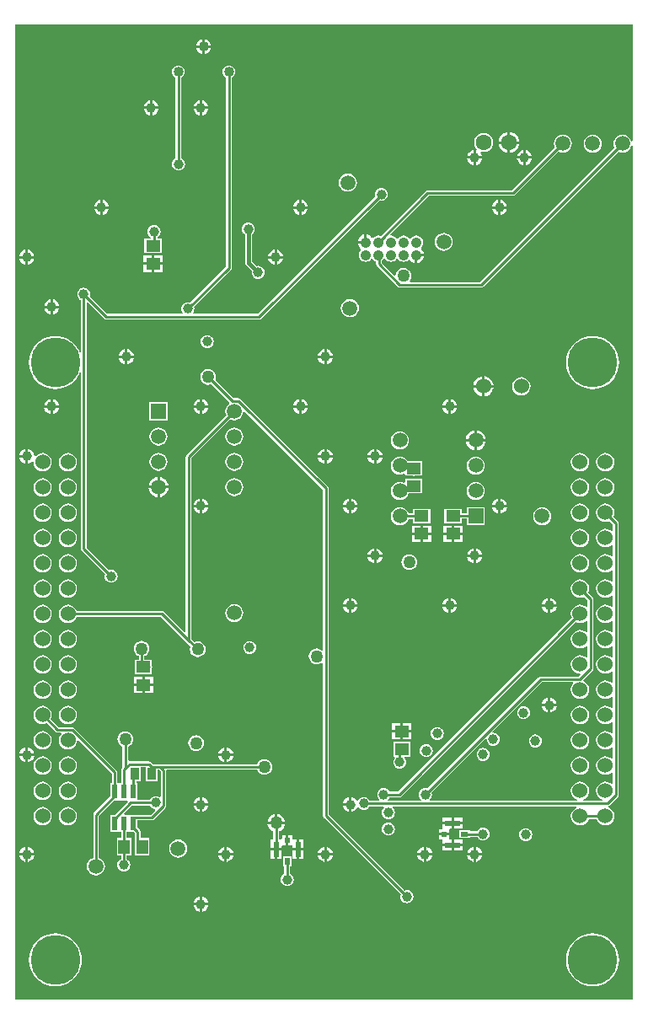
<source format=gbr>
G04 Layer_Physical_Order=6*
G04 Layer_Color=16711680*
%FSLAX26Y26*%
%MOIN*%
%TF.FileFunction,Copper,L6,Bot,Signal*%
%TF.Part,Single*%
G01*
G75*
%TA.AperFunction,SMDPad,CuDef*%
%ADD11R,0.033465X0.051181*%
%ADD12R,0.057087X0.045276*%
%ADD17R,0.045276X0.057087*%
%TA.AperFunction,Conductor*%
%ADD23C,0.010000*%
%ADD24C,0.015000*%
%TA.AperFunction,ComponentPad*%
%ADD25R,0.059055X0.059055*%
%ADD26C,0.059055*%
%ADD27C,0.042000*%
%TA.AperFunction,ViaPad*%
%ADD28C,0.196850*%
%TA.AperFunction,ComponentPad*%
%ADD29C,0.040000*%
%ADD30C,0.060000*%
%ADD31C,0.062992*%
%TA.AperFunction,ViaPad*%
%ADD32C,0.050000*%
%ADD33C,0.039370*%
%TA.AperFunction,SMDPad,CuDef*%
%ADD48R,0.023622X0.059055*%
%ADD49R,0.019685X0.019685*%
%ADD50R,0.019685X0.029528*%
%ADD51R,0.059055X0.023622*%
%ADD52R,0.019685X0.019685*%
%ADD53R,0.029528X0.019685*%
%ADD54R,0.021654X0.055118*%
G36*
X955945Y425912D02*
X951095Y425074D01*
X947525Y433693D01*
X941845Y441095D01*
X934443Y446775D01*
X925824Y450345D01*
X916574Y451563D01*
X907324Y450345D01*
X898705Y446775D01*
X891303Y441095D01*
X885623Y433693D01*
X882053Y425074D01*
X880835Y415824D01*
X882053Y406574D01*
X884849Y399824D01*
X353199Y-131826D01*
X76239D01*
X73773Y-126826D01*
X76996Y-122626D01*
X80110Y-115108D01*
X81172Y-107040D01*
X80110Y-98972D01*
X76996Y-91454D01*
X72042Y-84998D01*
X65586Y-80044D01*
X58068Y-76930D01*
X50000Y-75868D01*
X41932Y-76930D01*
X34414Y-80044D01*
X27958Y-84998D01*
X23004Y-91454D01*
X19890Y-98972D01*
X19199Y-104221D01*
X13920Y-106013D01*
X-35699Y-56394D01*
Y-47940D01*
X-30811Y-44189D01*
X-28034Y-40570D01*
X-27409Y-40294D01*
X-22591D01*
X-21966Y-40570D01*
X-19189Y-44189D01*
X-13569Y-48502D01*
X-7024Y-51213D01*
X0Y-52138D01*
X7024Y-51213D01*
X13569Y-48502D01*
X19189Y-44189D01*
X21966Y-40570D01*
X22591Y-40294D01*
X27409D01*
X28034Y-40570D01*
X30811Y-44189D01*
X36431Y-48502D01*
X42976Y-51213D01*
X50000Y-52138D01*
X57024Y-51213D01*
X63569Y-48502D01*
X69189Y-44189D01*
X69268Y-44086D01*
X75571Y-44086D01*
X77891Y-47109D01*
X84366Y-52078D01*
X91907Y-55202D01*
X95000Y-55609D01*
Y-25000D01*
X100000D01*
Y-20000D01*
X130609D01*
X130202Y-16907D01*
X127078Y-9366D01*
X122109Y-2890D01*
X119086Y-571D01*
X119086Y5732D01*
X119189Y5811D01*
X123502Y11431D01*
X126213Y17976D01*
X127138Y25000D01*
X126213Y32024D01*
X123502Y38569D01*
X119189Y44189D01*
X113569Y48502D01*
X107024Y51213D01*
X100000Y52138D01*
X92976Y51213D01*
X86431Y48502D01*
X80811Y44189D01*
X78034Y40570D01*
X77409Y40294D01*
X72591D01*
X71966Y40570D01*
X69189Y44189D01*
X63569Y48502D01*
X57024Y51213D01*
X50000Y52138D01*
X42976Y51213D01*
X36431Y48502D01*
X30811Y44189D01*
X28034Y40570D01*
X27409Y40294D01*
X22591D01*
X21966Y40570D01*
X19189Y44189D01*
X13569Y48502D01*
X7024Y51213D01*
X0Y52138D01*
X-76Y52128D01*
X-2412Y56863D01*
X149331Y208606D01*
X484255D01*
X484255Y208606D01*
X488511Y209453D01*
X492118Y211863D01*
X664354Y384099D01*
X671104Y381303D01*
X680354Y380085D01*
X689604Y381303D01*
X698223Y384873D01*
X705625Y390553D01*
X711305Y397955D01*
X714875Y406574D01*
X716093Y415824D01*
X714875Y425074D01*
X711305Y433693D01*
X705625Y441095D01*
X698223Y446775D01*
X689604Y450345D01*
X680354Y451563D01*
X671104Y450345D01*
X662485Y446775D01*
X655083Y441095D01*
X649403Y433693D01*
X645833Y425074D01*
X644615Y415824D01*
X645833Y406574D01*
X648629Y399824D01*
X479650Y230845D01*
X144726D01*
X144725Y230845D01*
X140470Y229998D01*
X136863Y227588D01*
X-40527Y50198D01*
X-42976Y51213D01*
X-50000Y52138D01*
X-57024Y51213D01*
X-63569Y48502D01*
X-69189Y44189D01*
X-69268Y44086D01*
X-75571Y44086D01*
X-77891Y47109D01*
X-84366Y52078D01*
X-91907Y55202D01*
X-95000Y55609D01*
Y25000D01*
X-100000D01*
Y20000D01*
X-130609D01*
X-130202Y16907D01*
X-127078Y9366D01*
X-122109Y2890D01*
X-119086Y571D01*
X-119086Y-5732D01*
X-119189Y-5811D01*
X-123502Y-11431D01*
X-126213Y-17976D01*
X-127138Y-25000D01*
X-126213Y-32024D01*
X-123502Y-38569D01*
X-119189Y-44189D01*
X-113569Y-48502D01*
X-107024Y-51213D01*
X-100000Y-52138D01*
X-92976Y-51213D01*
X-86431Y-48502D01*
X-80811Y-44189D01*
X-78034Y-40570D01*
X-77409Y-40294D01*
X-72591D01*
X-71966Y-40570D01*
X-69189Y-44189D01*
X-63569Y-48502D01*
X-57937Y-50835D01*
Y-60999D01*
X-57937Y-61000D01*
X-57091Y-65255D01*
X-54681Y-68862D01*
X27265Y-150808D01*
X27265Y-150808D01*
X30872Y-153218D01*
X35127Y-154065D01*
X357804D01*
X357805Y-154065D01*
X362060Y-153218D01*
X365667Y-150808D01*
X900574Y384099D01*
X907324Y381303D01*
X916574Y380085D01*
X925824Y381303D01*
X934443Y384873D01*
X941845Y390553D01*
X947525Y397955D01*
X951095Y406574D01*
X955945Y405736D01*
Y-2970002D01*
X-1485000D01*
Y888266D01*
X955945D01*
Y425912D01*
D02*
G37*
%LPC*%
G36*
X-1377520Y-1607803D02*
X-1386893Y-1609037D01*
X-1395628Y-1612655D01*
X-1403128Y-1618410D01*
X-1408883Y-1625910D01*
X-1412501Y-1634645D01*
X-1413735Y-1644018D01*
X-1412501Y-1653391D01*
X-1408883Y-1662126D01*
X-1403128Y-1669626D01*
X-1395628Y-1675381D01*
X-1386893Y-1678999D01*
X-1377520Y-1680233D01*
X-1368147Y-1678999D01*
X-1359412Y-1675381D01*
X-1351912Y-1669626D01*
X-1346157Y-1662126D01*
X-1342539Y-1653391D01*
X-1341305Y-1644018D01*
X-1342539Y-1634645D01*
X-1346157Y-1625910D01*
X-1351912Y-1618410D01*
X-1359412Y-1612655D01*
X-1368147Y-1609037D01*
X-1377520Y-1607803D01*
D02*
G37*
G36*
X-558416Y-1551505D02*
X-565096Y-1552384D01*
X-571322Y-1554963D01*
X-576667Y-1559065D01*
X-580769Y-1564410D01*
X-583348Y-1570636D01*
X-584227Y-1577316D01*
X-583348Y-1583996D01*
X-580769Y-1590222D01*
X-576667Y-1595567D01*
X-571322Y-1599669D01*
X-565096Y-1602248D01*
X-558416Y-1603127D01*
X-551736Y-1602248D01*
X-545510Y-1599669D01*
X-540165Y-1595567D01*
X-536063Y-1590222D01*
X-533484Y-1583996D01*
X-532605Y-1577316D01*
X-533484Y-1570636D01*
X-536063Y-1564410D01*
X-540165Y-1559065D01*
X-545510Y-1554963D01*
X-551736Y-1552384D01*
X-558416Y-1551505D01*
D02*
G37*
G36*
X-1277520Y-1607803D02*
X-1286893Y-1609037D01*
X-1295628Y-1612655D01*
X-1303128Y-1618410D01*
X-1308883Y-1625910D01*
X-1312501Y-1634645D01*
X-1313735Y-1644018D01*
X-1312501Y-1653391D01*
X-1308883Y-1662126D01*
X-1303128Y-1669626D01*
X-1295628Y-1675381D01*
X-1286893Y-1678999D01*
X-1277520Y-1680233D01*
X-1268147Y-1678999D01*
X-1259412Y-1675381D01*
X-1251912Y-1669626D01*
X-1246157Y-1662126D01*
X-1242539Y-1653391D01*
X-1241305Y-1644018D01*
X-1242539Y-1634645D01*
X-1246157Y-1625910D01*
X-1251912Y-1618410D01*
X-1259412Y-1612655D01*
X-1268147Y-1609037D01*
X-1277520Y-1607803D01*
D02*
G37*
G36*
X-986000Y-1550828D02*
X-994068Y-1551890D01*
X-1001586Y-1555004D01*
X-1008042Y-1559958D01*
X-1012996Y-1566414D01*
X-1016110Y-1573932D01*
X-1017172Y-1582000D01*
X-1016110Y-1590068D01*
X-1012996Y-1597586D01*
X-1008042Y-1604042D01*
X-1001586Y-1608996D01*
X-997119Y-1610846D01*
Y-1626025D01*
X-1013448D01*
Y-1683112D01*
X-944551D01*
Y-1657939D01*
X-943880Y-1654568D01*
X-944551Y-1651198D01*
Y-1626025D01*
X-974881D01*
Y-1610846D01*
X-970414Y-1608996D01*
X-963958Y-1604042D01*
X-959004Y-1597586D01*
X-955890Y-1590068D01*
X-954828Y-1582000D01*
X-955890Y-1573932D01*
X-959004Y-1566414D01*
X-963958Y-1559958D01*
X-970414Y-1555004D01*
X-977932Y-1551890D01*
X-986000Y-1550828D01*
D02*
G37*
G36*
X-940456Y-1730435D02*
X-973999D01*
Y-1758072D01*
X-940456D01*
Y-1730435D01*
D02*
G37*
G36*
X-983999D02*
X-1017543D01*
Y-1758072D01*
X-983999D01*
Y-1730435D01*
D02*
G37*
G36*
X-940456Y-1692796D02*
X-973999D01*
Y-1720435D01*
X-940456D01*
Y-1692796D01*
D02*
G37*
G36*
X-983999D02*
X-1017543D01*
Y-1720435D01*
X-983999D01*
Y-1692796D01*
D02*
G37*
G36*
X-723000Y-475830D02*
X-731068Y-476892D01*
X-738586Y-480006D01*
X-745042Y-484960D01*
X-749996Y-491416D01*
X-753110Y-498934D01*
X-754172Y-507002D01*
X-753110Y-515070D01*
X-749996Y-522588D01*
X-745042Y-529044D01*
X-738586Y-533998D01*
X-731068Y-537112D01*
X-723000Y-538174D01*
X-714932Y-537112D01*
X-710465Y-535262D01*
X-638438Y-607289D01*
X-638190Y-608043D01*
X-639063Y-613735D01*
X-644271Y-617731D01*
X-649951Y-625133D01*
X-653521Y-633752D01*
X-654739Y-643002D01*
X-653521Y-652252D01*
X-650725Y-659002D01*
X-807862Y-816139D01*
X-810273Y-819747D01*
X-811119Y-824002D01*
X-811119Y-824003D01*
Y-1098000D01*
Y-1137000D01*
Y-1515143D01*
X-815739Y-1517056D01*
X-896639Y-1436156D01*
X-900247Y-1433745D01*
X-904502Y-1432899D01*
X-904503Y-1432899D01*
X-1243262D01*
X-1246157Y-1425910D01*
X-1251912Y-1418410D01*
X-1259412Y-1412655D01*
X-1268147Y-1409037D01*
X-1277520Y-1407803D01*
X-1286893Y-1409037D01*
X-1295628Y-1412655D01*
X-1303128Y-1418410D01*
X-1308883Y-1425910D01*
X-1312501Y-1434645D01*
X-1313735Y-1444018D01*
X-1312501Y-1453391D01*
X-1308883Y-1462126D01*
X-1303128Y-1469626D01*
X-1295628Y-1475381D01*
X-1286893Y-1478999D01*
X-1277520Y-1480233D01*
X-1268147Y-1478999D01*
X-1259412Y-1475381D01*
X-1251912Y-1469626D01*
X-1246157Y-1462126D01*
X-1243262Y-1455137D01*
X-909108D01*
X-807863Y-1556382D01*
X-807862Y-1556382D01*
X-792370Y-1571875D01*
X-794220Y-1576342D01*
X-795282Y-1584410D01*
X-794220Y-1592478D01*
X-791106Y-1599996D01*
X-786152Y-1606452D01*
X-779696Y-1611406D01*
X-772178Y-1614520D01*
X-764110Y-1615582D01*
X-756042Y-1614520D01*
X-748524Y-1611406D01*
X-742068Y-1606452D01*
X-737114Y-1599996D01*
X-734000Y-1592478D01*
X-732938Y-1584410D01*
X-734000Y-1576342D01*
X-737114Y-1568824D01*
X-742068Y-1562368D01*
X-748524Y-1557414D01*
X-756042Y-1554300D01*
X-764110Y-1553238D01*
X-772178Y-1554300D01*
X-776645Y-1556150D01*
X-788881Y-1543914D01*
Y-1137000D01*
Y-1098000D01*
Y-828608D01*
X-635000Y-674727D01*
X-628250Y-677523D01*
X-619000Y-678741D01*
X-609750Y-677523D01*
X-601131Y-673953D01*
X-593729Y-668273D01*
X-588049Y-660871D01*
X-584479Y-652252D01*
X-583419Y-644198D01*
X-578821Y-641725D01*
X-268520Y-952026D01*
Y-1585967D01*
X-273520Y-1588433D01*
X-277720Y-1585210D01*
X-285238Y-1582096D01*
X-293306Y-1581034D01*
X-301374Y-1582096D01*
X-308892Y-1585210D01*
X-315348Y-1590164D01*
X-320302Y-1596620D01*
X-323416Y-1604138D01*
X-324478Y-1612206D01*
X-323416Y-1620274D01*
X-320302Y-1627792D01*
X-315348Y-1634248D01*
X-308892Y-1639202D01*
X-301374Y-1642316D01*
X-293306Y-1643378D01*
X-285238Y-1642316D01*
X-277720Y-1639202D01*
X-273520Y-1635979D01*
X-268520Y-1638445D01*
Y-2241657D01*
X-268520Y-2241657D01*
X-267673Y-2245913D01*
X-265263Y-2249520D01*
X39272Y-2554055D01*
X38532Y-2555841D01*
X37653Y-2562522D01*
X38532Y-2569202D01*
X41111Y-2575428D01*
X45213Y-2580773D01*
X50558Y-2584875D01*
X56783Y-2587454D01*
X63464Y-2588333D01*
X70144Y-2587454D01*
X76370Y-2584875D01*
X81715Y-2580773D01*
X85817Y-2575428D01*
X88396Y-2569202D01*
X89275Y-2562522D01*
X88396Y-2555841D01*
X85817Y-2549616D01*
X81715Y-2544271D01*
X76370Y-2540169D01*
X70144Y-2537590D01*
X63464Y-2536711D01*
X56783Y-2537590D01*
X54997Y-2538330D01*
X-246281Y-2237052D01*
Y-947420D01*
X-247128Y-943165D01*
X-249538Y-939558D01*
X-594390Y-594706D01*
X-597997Y-592296D01*
X-602252Y-591450D01*
X-602253Y-591450D01*
X-622827D01*
X-694740Y-519537D01*
X-692890Y-515070D01*
X-691828Y-507002D01*
X-692890Y-498934D01*
X-696004Y-491416D01*
X-700958Y-484960D01*
X-707414Y-480006D01*
X-714932Y-476892D01*
X-723000Y-475830D01*
D02*
G37*
G36*
X227953Y-1416299D02*
X203670D01*
X204032Y-1419049D01*
X207023Y-1426270D01*
X211781Y-1432471D01*
X217982Y-1437229D01*
X225203Y-1440220D01*
X227953Y-1440582D01*
Y-1416299D01*
D02*
G37*
G36*
X-131465D02*
X-155748D01*
Y-1440582D01*
X-152999Y-1440220D01*
X-145777Y-1437229D01*
X-139576Y-1432471D01*
X-134818Y-1426270D01*
X-131827Y-1419049D01*
X-131465Y-1416299D01*
D02*
G37*
G36*
X621654D02*
X597371D01*
X597733Y-1419049D01*
X600724Y-1426270D01*
X605482Y-1432471D01*
X611683Y-1437229D01*
X618904Y-1440220D01*
X621654Y-1440582D01*
Y-1416299D01*
D02*
G37*
G36*
X262236D02*
X237953D01*
Y-1440582D01*
X240702Y-1440220D01*
X247923Y-1437229D01*
X254124Y-1432471D01*
X258883Y-1426270D01*
X261874Y-1419049D01*
X262236Y-1416299D01*
D02*
G37*
G36*
X-165748D02*
X-190031D01*
X-189669Y-1419049D01*
X-186678Y-1426270D01*
X-181920Y-1432471D01*
X-175719Y-1437229D01*
X-168497Y-1440220D01*
X-165748Y-1440582D01*
Y-1416299D01*
D02*
G37*
G36*
X-1277520Y-1507803D02*
X-1286893Y-1509037D01*
X-1295628Y-1512655D01*
X-1303128Y-1518410D01*
X-1308883Y-1525910D01*
X-1312501Y-1534645D01*
X-1313735Y-1544018D01*
X-1312501Y-1553391D01*
X-1308883Y-1562126D01*
X-1303128Y-1569626D01*
X-1295628Y-1575381D01*
X-1286893Y-1578999D01*
X-1277520Y-1580233D01*
X-1268147Y-1578999D01*
X-1259412Y-1575381D01*
X-1251912Y-1569626D01*
X-1246157Y-1562126D01*
X-1242539Y-1553391D01*
X-1241305Y-1544018D01*
X-1242539Y-1534645D01*
X-1246157Y-1525910D01*
X-1251912Y-1518410D01*
X-1259412Y-1512655D01*
X-1268147Y-1509037D01*
X-1277520Y-1507803D01*
D02*
G37*
G36*
X-1377520D02*
X-1386893Y-1509037D01*
X-1395628Y-1512655D01*
X-1403128Y-1518410D01*
X-1408883Y-1525910D01*
X-1412501Y-1534645D01*
X-1413735Y-1544018D01*
X-1412501Y-1553391D01*
X-1408883Y-1562126D01*
X-1403128Y-1569626D01*
X-1395628Y-1575381D01*
X-1386893Y-1578999D01*
X-1377520Y-1580233D01*
X-1368147Y-1578999D01*
X-1359412Y-1575381D01*
X-1351912Y-1569626D01*
X-1346157Y-1562126D01*
X-1342539Y-1553391D01*
X-1341305Y-1544018D01*
X-1342539Y-1534645D01*
X-1346157Y-1525910D01*
X-1351912Y-1518410D01*
X-1359412Y-1512655D01*
X-1368147Y-1509037D01*
X-1377520Y-1507803D01*
D02*
G37*
G36*
X-618999Y-1405261D02*
X-628249Y-1406478D01*
X-636869Y-1410049D01*
X-644270Y-1415728D01*
X-649950Y-1423130D01*
X-653520Y-1431749D01*
X-654738Y-1440999D01*
X-653520Y-1450249D01*
X-649950Y-1458869D01*
X-644270Y-1466271D01*
X-636869Y-1471950D01*
X-628249Y-1475520D01*
X-618999Y-1476738D01*
X-609749Y-1475520D01*
X-601130Y-1471950D01*
X-593728Y-1466271D01*
X-588049Y-1458869D01*
X-584478Y-1450249D01*
X-583260Y-1440999D01*
X-584478Y-1431749D01*
X-588049Y-1423130D01*
X-593728Y-1415728D01*
X-601130Y-1410049D01*
X-609749Y-1406478D01*
X-618999Y-1405261D01*
D02*
G37*
G36*
X-1377520Y-1407803D02*
X-1386893Y-1409037D01*
X-1395628Y-1412655D01*
X-1403128Y-1418410D01*
X-1408883Y-1425910D01*
X-1412501Y-1434645D01*
X-1413735Y-1444018D01*
X-1412501Y-1453391D01*
X-1408883Y-1462126D01*
X-1403128Y-1469626D01*
X-1395628Y-1475381D01*
X-1386893Y-1478999D01*
X-1377520Y-1480233D01*
X-1368147Y-1478999D01*
X-1359412Y-1475381D01*
X-1351912Y-1469626D01*
X-1346157Y-1462126D01*
X-1342539Y-1453391D01*
X-1341305Y-1444018D01*
X-1342539Y-1434645D01*
X-1346157Y-1425910D01*
X-1351912Y-1418410D01*
X-1359412Y-1412655D01*
X-1368147Y-1409037D01*
X-1377520Y-1407803D01*
D02*
G37*
G36*
X82237Y-1913772D02*
X48694D01*
Y-1941410D01*
X82237D01*
Y-1913772D01*
D02*
G37*
G36*
X38694D02*
X5151D01*
Y-1941410D01*
X38694D01*
Y-1913772D01*
D02*
G37*
G36*
X82237Y-1876134D02*
X48694D01*
Y-1903772D01*
X82237D01*
Y-1876134D01*
D02*
G37*
G36*
X38694D02*
X5151D01*
Y-1903772D01*
X38694D01*
Y-1876134D01*
D02*
G37*
G36*
X183464Y-1891711D02*
X176784Y-1892590D01*
X170558Y-1895169D01*
X165213Y-1899271D01*
X161111Y-1904616D01*
X158532Y-1910841D01*
X157653Y-1917522D01*
X158532Y-1924203D01*
X161111Y-1930428D01*
X165213Y-1935773D01*
X170558Y-1939875D01*
X176784Y-1942454D01*
X183464Y-1943333D01*
X190144Y-1942454D01*
X196370Y-1939875D01*
X201715Y-1935773D01*
X205817Y-1930428D01*
X208396Y-1924203D01*
X209275Y-1917522D01*
X208396Y-1910841D01*
X205817Y-1904616D01*
X201715Y-1899271D01*
X196370Y-1895169D01*
X190144Y-1892590D01*
X183464Y-1891711D01*
D02*
G37*
G36*
X-1377520Y-1907803D02*
X-1386893Y-1909037D01*
X-1395628Y-1912655D01*
X-1403128Y-1918410D01*
X-1408883Y-1925910D01*
X-1412501Y-1934645D01*
X-1413735Y-1944018D01*
X-1412501Y-1953391D01*
X-1408883Y-1962126D01*
X-1403128Y-1969626D01*
X-1395628Y-1975381D01*
X-1386893Y-1978999D01*
X-1377520Y-1980233D01*
X-1368147Y-1978999D01*
X-1359412Y-1975381D01*
X-1351912Y-1969626D01*
X-1346157Y-1962126D01*
X-1342539Y-1953391D01*
X-1341305Y-1944018D01*
X-1342539Y-1934645D01*
X-1346157Y-1925910D01*
X-1351912Y-1918410D01*
X-1359412Y-1912655D01*
X-1368147Y-1909037D01*
X-1377520Y-1907803D01*
D02*
G37*
G36*
X-770000Y-1923828D02*
X-778068Y-1924890D01*
X-785586Y-1928004D01*
X-792042Y-1932958D01*
X-796996Y-1939414D01*
X-800110Y-1946932D01*
X-801172Y-1955000D01*
X-800110Y-1963068D01*
X-796996Y-1970586D01*
X-792042Y-1977042D01*
X-785586Y-1981996D01*
X-778068Y-1985110D01*
X-770000Y-1986172D01*
X-761932Y-1985110D01*
X-754414Y-1981996D01*
X-747958Y-1977042D01*
X-743004Y-1970586D01*
X-739890Y-1963068D01*
X-738828Y-1955000D01*
X-739890Y-1946932D01*
X-743004Y-1939414D01*
X-747958Y-1932958D01*
X-754414Y-1928004D01*
X-761932Y-1924890D01*
X-770000Y-1923828D01*
D02*
G37*
G36*
X571694Y-1921395D02*
X565014Y-1922274D01*
X558788Y-1924853D01*
X553443Y-1928955D01*
X549341Y-1934300D01*
X546762Y-1940525D01*
X545883Y-1947206D01*
X546762Y-1953887D01*
X549341Y-1960112D01*
X553443Y-1965457D01*
X558788Y-1969559D01*
X565014Y-1972138D01*
X571694Y-1973017D01*
X578375Y-1972138D01*
X584600Y-1969559D01*
X589945Y-1965457D01*
X594047Y-1960112D01*
X596626Y-1953887D01*
X597505Y-1947206D01*
X596626Y-1940525D01*
X594047Y-1934300D01*
X589945Y-1928955D01*
X584600Y-1924853D01*
X578375Y-1922274D01*
X571694Y-1921395D01*
D02*
G37*
G36*
X748464Y-1907803D02*
X739091Y-1909037D01*
X730356Y-1912655D01*
X722856Y-1918410D01*
X717101Y-1925910D01*
X713483Y-1934645D01*
X712249Y-1944018D01*
X713483Y-1953391D01*
X717101Y-1962126D01*
X722856Y-1969626D01*
X730356Y-1975381D01*
X739091Y-1978999D01*
X748464Y-1980233D01*
X757837Y-1978999D01*
X766572Y-1975381D01*
X774072Y-1969626D01*
X779827Y-1962126D01*
X783445Y-1953391D01*
X784679Y-1944018D01*
X783445Y-1934645D01*
X779827Y-1925910D01*
X774072Y-1918410D01*
X766572Y-1912655D01*
X757837Y-1909037D01*
X748464Y-1907803D01*
D02*
G37*
G36*
X631654Y-1775717D02*
Y-1800000D01*
X655937D01*
X655575Y-1797251D01*
X652583Y-1790029D01*
X647825Y-1783828D01*
X641624Y-1779070D01*
X634403Y-1776079D01*
X631654Y-1775717D01*
D02*
G37*
G36*
X621654D02*
X618904Y-1776079D01*
X611683Y-1779070D01*
X605482Y-1783828D01*
X600724Y-1790029D01*
X597733Y-1797251D01*
X597371Y-1800000D01*
X621654D01*
Y-1775717D01*
D02*
G37*
G36*
X-1277520Y-1707803D02*
X-1286893Y-1709037D01*
X-1295628Y-1712655D01*
X-1303128Y-1718410D01*
X-1308883Y-1725910D01*
X-1312501Y-1734645D01*
X-1313735Y-1744018D01*
X-1312501Y-1753391D01*
X-1308883Y-1762126D01*
X-1303128Y-1769626D01*
X-1295628Y-1775381D01*
X-1286893Y-1778999D01*
X-1277520Y-1780233D01*
X-1268147Y-1778999D01*
X-1259412Y-1775381D01*
X-1251912Y-1769626D01*
X-1246157Y-1762126D01*
X-1242539Y-1753391D01*
X-1241305Y-1744018D01*
X-1242539Y-1734645D01*
X-1246157Y-1725910D01*
X-1251912Y-1718410D01*
X-1259412Y-1712655D01*
X-1268147Y-1709037D01*
X-1277520Y-1707803D01*
D02*
G37*
G36*
X-1377520D02*
X-1386893Y-1709037D01*
X-1395628Y-1712655D01*
X-1403128Y-1718410D01*
X-1408883Y-1725910D01*
X-1412501Y-1734645D01*
X-1413735Y-1744018D01*
X-1412501Y-1753391D01*
X-1408883Y-1762126D01*
X-1403128Y-1769626D01*
X-1395628Y-1775381D01*
X-1386893Y-1778999D01*
X-1377520Y-1780233D01*
X-1368147Y-1778999D01*
X-1359412Y-1775381D01*
X-1351912Y-1769626D01*
X-1346157Y-1762126D01*
X-1342539Y-1753391D01*
X-1341305Y-1744018D01*
X-1342539Y-1734645D01*
X-1346157Y-1725910D01*
X-1351912Y-1718410D01*
X-1359412Y-1712655D01*
X-1368147Y-1709037D01*
X-1377520Y-1707803D01*
D02*
G37*
G36*
X655937Y-1810000D02*
X631654D01*
Y-1834283D01*
X634403Y-1833921D01*
X641624Y-1830930D01*
X647825Y-1826172D01*
X652583Y-1819971D01*
X655575Y-1812749D01*
X655937Y-1810000D01*
D02*
G37*
G36*
X748464Y-1807803D02*
X739091Y-1809037D01*
X730356Y-1812655D01*
X722856Y-1818410D01*
X717101Y-1825910D01*
X713483Y-1834645D01*
X712249Y-1844018D01*
X713483Y-1853391D01*
X717101Y-1862126D01*
X722856Y-1869626D01*
X730356Y-1875381D01*
X739091Y-1878999D01*
X748464Y-1880233D01*
X757837Y-1878999D01*
X766572Y-1875381D01*
X774072Y-1869626D01*
X779827Y-1862126D01*
X783445Y-1853391D01*
X784679Y-1844018D01*
X783445Y-1834645D01*
X779827Y-1825910D01*
X774072Y-1818410D01*
X766572Y-1812655D01*
X757837Y-1809037D01*
X748464Y-1807803D01*
D02*
G37*
G36*
X-1277520D02*
X-1286893Y-1809037D01*
X-1295628Y-1812655D01*
X-1303128Y-1818410D01*
X-1308883Y-1825910D01*
X-1312501Y-1834645D01*
X-1313735Y-1844018D01*
X-1312501Y-1853391D01*
X-1308883Y-1862126D01*
X-1303128Y-1869626D01*
X-1295628Y-1875381D01*
X-1286893Y-1878999D01*
X-1277520Y-1880233D01*
X-1268147Y-1878999D01*
X-1259412Y-1875381D01*
X-1251912Y-1869626D01*
X-1246157Y-1862126D01*
X-1242539Y-1853391D01*
X-1241305Y-1844018D01*
X-1242539Y-1834645D01*
X-1246157Y-1825910D01*
X-1251912Y-1818410D01*
X-1259412Y-1812655D01*
X-1268147Y-1809037D01*
X-1277520Y-1807803D01*
D02*
G37*
G36*
X621654Y-1810000D02*
X597371D01*
X597733Y-1812749D01*
X600724Y-1819971D01*
X605482Y-1826172D01*
X611683Y-1830930D01*
X618904Y-1833921D01*
X621654Y-1834283D01*
Y-1810000D01*
D02*
G37*
G36*
X525000Y-1809189D02*
X518319Y-1810068D01*
X512094Y-1812647D01*
X506749Y-1816749D01*
X502647Y-1822094D01*
X500068Y-1828320D01*
X499189Y-1835000D01*
X500068Y-1841680D01*
X502647Y-1847906D01*
X506749Y-1853251D01*
X512094Y-1857353D01*
X518319Y-1859932D01*
X525000Y-1860811D01*
X531681Y-1859932D01*
X537906Y-1857353D01*
X543251Y-1853251D01*
X547353Y-1847906D01*
X549932Y-1841680D01*
X550811Y-1835000D01*
X549932Y-1828320D01*
X547353Y-1822094D01*
X543251Y-1816749D01*
X537906Y-1812647D01*
X531681Y-1810068D01*
X525000Y-1809189D01*
D02*
G37*
G36*
X116582Y-1132594D02*
X83039D01*
Y-1160232D01*
X116582D01*
Y-1132594D01*
D02*
G37*
G36*
X748464Y-1107803D02*
X739091Y-1109037D01*
X730356Y-1112655D01*
X722856Y-1118410D01*
X717101Y-1125910D01*
X713483Y-1134645D01*
X712249Y-1144018D01*
X713483Y-1153391D01*
X717101Y-1162126D01*
X722856Y-1169626D01*
X730356Y-1175381D01*
X739091Y-1178999D01*
X748464Y-1180233D01*
X757837Y-1178999D01*
X766572Y-1175381D01*
X774072Y-1169626D01*
X779827Y-1162126D01*
X783445Y-1153391D01*
X784679Y-1144018D01*
X783445Y-1134645D01*
X779827Y-1125910D01*
X774072Y-1118410D01*
X766572Y-1112655D01*
X757837Y-1109037D01*
X748464Y-1107803D01*
D02*
G37*
G36*
X241582Y-1132594D02*
X208039D01*
Y-1160232D01*
X241582D01*
Y-1132594D01*
D02*
G37*
G36*
X160125D02*
X126582D01*
Y-1160232D01*
X160125D01*
Y-1132594D01*
D02*
G37*
G36*
X-1277520Y-1107803D02*
X-1286893Y-1109037D01*
X-1295628Y-1112655D01*
X-1303128Y-1118410D01*
X-1308883Y-1125910D01*
X-1312501Y-1134645D01*
X-1313735Y-1144018D01*
X-1312501Y-1153391D01*
X-1308883Y-1162126D01*
X-1303128Y-1169626D01*
X-1295628Y-1175381D01*
X-1286893Y-1178999D01*
X-1277520Y-1180233D01*
X-1268147Y-1178999D01*
X-1259412Y-1175381D01*
X-1251912Y-1169626D01*
X-1246157Y-1162126D01*
X-1242539Y-1153391D01*
X-1241305Y-1144018D01*
X-1242539Y-1134645D01*
X-1246157Y-1125910D01*
X-1251912Y-1118410D01*
X-1259412Y-1112655D01*
X-1268147Y-1109037D01*
X-1277520Y-1107803D01*
D02*
G37*
G36*
X326378Y-1185166D02*
X323629Y-1185528D01*
X316407Y-1188519D01*
X310206Y-1193277D01*
X305448Y-1199478D01*
X302457Y-1206699D01*
X302095Y-1209449D01*
X326378D01*
Y-1185166D01*
D02*
G37*
G36*
X-57323D02*
Y-1209449D01*
X-33040D01*
X-33402Y-1206699D01*
X-36393Y-1199478D01*
X-41151Y-1193277D01*
X-47352Y-1188519D01*
X-54573Y-1185528D01*
X-57323Y-1185166D01*
D02*
G37*
G36*
X-1377520Y-1107803D02*
X-1386893Y-1109037D01*
X-1395628Y-1112655D01*
X-1403128Y-1118410D01*
X-1408883Y-1125910D01*
X-1412501Y-1134645D01*
X-1413735Y-1144018D01*
X-1412501Y-1153391D01*
X-1408883Y-1162126D01*
X-1403128Y-1169626D01*
X-1395628Y-1175381D01*
X-1386893Y-1178999D01*
X-1377520Y-1180233D01*
X-1368147Y-1178999D01*
X-1359412Y-1175381D01*
X-1351912Y-1169626D01*
X-1346157Y-1162126D01*
X-1342539Y-1153391D01*
X-1341305Y-1144018D01*
X-1342539Y-1134645D01*
X-1346157Y-1125910D01*
X-1351912Y-1118410D01*
X-1359412Y-1112655D01*
X-1368147Y-1109037D01*
X-1377520Y-1107803D01*
D02*
G37*
G36*
X336378Y-1185166D02*
Y-1209449D01*
X360661D01*
X360299Y-1206699D01*
X357308Y-1199478D01*
X352550Y-1193277D01*
X346349Y-1188519D01*
X339127Y-1185528D01*
X336378Y-1185166D01*
D02*
G37*
G36*
X598464Y-1021783D02*
X589214Y-1023001D01*
X580595Y-1026571D01*
X573193Y-1032251D01*
X567513Y-1039653D01*
X563943Y-1048272D01*
X562725Y-1057522D01*
X563943Y-1066772D01*
X567513Y-1075391D01*
X573193Y-1082793D01*
X580595Y-1088473D01*
X589214Y-1092043D01*
X598464Y-1093261D01*
X607714Y-1092043D01*
X616333Y-1088473D01*
X623735Y-1082793D01*
X629415Y-1075391D01*
X632985Y-1066772D01*
X634203Y-1057522D01*
X632985Y-1048272D01*
X629415Y-1039653D01*
X623735Y-1032251D01*
X616333Y-1026571D01*
X607714Y-1023001D01*
X598464Y-1021783D01*
D02*
G37*
G36*
X848464Y-1007803D02*
X839091Y-1009037D01*
X830356Y-1012655D01*
X822856Y-1018410D01*
X817101Y-1025910D01*
X813483Y-1034645D01*
X812249Y-1044018D01*
X813483Y-1053391D01*
X817101Y-1062126D01*
X822856Y-1069626D01*
X830356Y-1075381D01*
X839091Y-1078999D01*
X848464Y-1080233D01*
X857837Y-1078999D01*
X864826Y-1076105D01*
X878250Y-1089529D01*
Y-1116408D01*
X873250Y-1117779D01*
X866572Y-1112655D01*
X857837Y-1109037D01*
X848464Y-1107803D01*
X839091Y-1109037D01*
X830356Y-1112655D01*
X822856Y-1118410D01*
X817101Y-1125910D01*
X813483Y-1134645D01*
X812249Y-1144018D01*
X813483Y-1153391D01*
X817101Y-1162126D01*
X822856Y-1169626D01*
X830356Y-1175381D01*
X839091Y-1178999D01*
X848464Y-1180233D01*
X857837Y-1178999D01*
X866572Y-1175381D01*
X873250Y-1170257D01*
X878250Y-1171628D01*
Y-1216408D01*
X873250Y-1217779D01*
X866572Y-1212655D01*
X857837Y-1209037D01*
X848464Y-1207803D01*
X839091Y-1209037D01*
X830356Y-1212655D01*
X822856Y-1218410D01*
X817101Y-1225910D01*
X813483Y-1234645D01*
X812249Y-1244018D01*
X813483Y-1253391D01*
X817101Y-1262126D01*
X822856Y-1269626D01*
X830356Y-1275381D01*
X839091Y-1278999D01*
X848464Y-1280233D01*
X857837Y-1278999D01*
X866572Y-1275381D01*
X873250Y-1270257D01*
X878250Y-1271628D01*
Y-1316408D01*
X873250Y-1317779D01*
X866572Y-1312655D01*
X857837Y-1309037D01*
X848464Y-1307803D01*
X839091Y-1309037D01*
X830356Y-1312655D01*
X822856Y-1318410D01*
X817101Y-1325910D01*
X813483Y-1334645D01*
X812249Y-1344018D01*
X813483Y-1353391D01*
X817101Y-1362126D01*
X822856Y-1369626D01*
X830356Y-1375381D01*
X839091Y-1378999D01*
X848464Y-1380233D01*
X857837Y-1378999D01*
X866572Y-1375381D01*
X873250Y-1370257D01*
X878250Y-1371628D01*
Y-1416408D01*
X873250Y-1417779D01*
X866572Y-1412655D01*
X857837Y-1409037D01*
X848464Y-1407803D01*
X839091Y-1409037D01*
X830356Y-1412655D01*
X822856Y-1418410D01*
X817101Y-1425910D01*
X813483Y-1434645D01*
X812249Y-1444018D01*
X813483Y-1453391D01*
X817101Y-1462126D01*
X822856Y-1469626D01*
X830356Y-1475381D01*
X839091Y-1478999D01*
X848464Y-1480233D01*
X857837Y-1478999D01*
X866572Y-1475381D01*
X873250Y-1470257D01*
X878250Y-1471628D01*
Y-1516408D01*
X873250Y-1517779D01*
X866572Y-1512655D01*
X857837Y-1509037D01*
X848464Y-1507803D01*
X839091Y-1509037D01*
X830356Y-1512655D01*
X822856Y-1518410D01*
X817101Y-1525910D01*
X813483Y-1534645D01*
X812249Y-1544018D01*
X813483Y-1553391D01*
X817101Y-1562126D01*
X822856Y-1569626D01*
X830356Y-1575381D01*
X839091Y-1578999D01*
X848464Y-1580233D01*
X857837Y-1578999D01*
X866572Y-1575381D01*
X873250Y-1570257D01*
X878250Y-1571628D01*
Y-1616408D01*
X873250Y-1617779D01*
X866572Y-1612655D01*
X857837Y-1609037D01*
X848464Y-1607803D01*
X839091Y-1609037D01*
X830356Y-1612655D01*
X822856Y-1618410D01*
X817101Y-1625910D01*
X813483Y-1634645D01*
X812249Y-1644018D01*
X813483Y-1653391D01*
X817101Y-1662126D01*
X822856Y-1669626D01*
X830356Y-1675381D01*
X839091Y-1678999D01*
X848464Y-1680233D01*
X857837Y-1678999D01*
X866572Y-1675381D01*
X873250Y-1670257D01*
X878250Y-1671628D01*
Y-1716408D01*
X873250Y-1717779D01*
X866572Y-1712655D01*
X857837Y-1709037D01*
X848464Y-1707803D01*
X839091Y-1709037D01*
X830356Y-1712655D01*
X822856Y-1718410D01*
X817101Y-1725910D01*
X813483Y-1734645D01*
X812249Y-1744018D01*
X813483Y-1753391D01*
X817101Y-1762126D01*
X822856Y-1769626D01*
X830356Y-1775381D01*
X839091Y-1778999D01*
X848464Y-1780233D01*
X857837Y-1778999D01*
X866572Y-1775381D01*
X873250Y-1770257D01*
X878250Y-1771628D01*
Y-1816408D01*
X873250Y-1817779D01*
X866572Y-1812655D01*
X857837Y-1809037D01*
X848464Y-1807803D01*
X839091Y-1809037D01*
X830356Y-1812655D01*
X822856Y-1818410D01*
X817101Y-1825910D01*
X813483Y-1834645D01*
X812249Y-1844018D01*
X813483Y-1853391D01*
X817101Y-1862126D01*
X822856Y-1869626D01*
X830356Y-1875381D01*
X839091Y-1878999D01*
X848464Y-1880233D01*
X857837Y-1878999D01*
X866572Y-1875381D01*
X873250Y-1870257D01*
X878250Y-1871628D01*
Y-1916408D01*
X873250Y-1917779D01*
X866572Y-1912655D01*
X857837Y-1909037D01*
X848464Y-1907803D01*
X839091Y-1909037D01*
X830356Y-1912655D01*
X822856Y-1918410D01*
X817101Y-1925910D01*
X813483Y-1934645D01*
X812249Y-1944018D01*
X813483Y-1953391D01*
X817101Y-1962126D01*
X822856Y-1969626D01*
X830356Y-1975381D01*
X839091Y-1978999D01*
X848464Y-1980233D01*
X857837Y-1978999D01*
X866572Y-1975381D01*
X873250Y-1970257D01*
X878250Y-1971628D01*
Y-2016408D01*
X873250Y-2017779D01*
X866572Y-2012655D01*
X857837Y-2009037D01*
X848464Y-2007803D01*
X839091Y-2009037D01*
X830356Y-2012655D01*
X822856Y-2018410D01*
X817101Y-2025910D01*
X813483Y-2034645D01*
X812249Y-2044018D01*
X813483Y-2053391D01*
X817101Y-2062126D01*
X822856Y-2069626D01*
X830356Y-2075381D01*
X839091Y-2078999D01*
X848464Y-2080233D01*
X857837Y-2078999D01*
X866572Y-2075381D01*
X873250Y-2070257D01*
X878250Y-2071628D01*
Y-2116408D01*
X873250Y-2117779D01*
X866572Y-2112655D01*
X857837Y-2109037D01*
X848464Y-2107803D01*
X839091Y-2109037D01*
X830356Y-2112655D01*
X822856Y-2118410D01*
X817101Y-2125910D01*
X813483Y-2134645D01*
X812249Y-2144018D01*
X813483Y-2153391D01*
X817101Y-2162126D01*
X822856Y-2169626D01*
X830356Y-2175381D01*
X837385Y-2178293D01*
X836390Y-2183293D01*
X760538D01*
X759543Y-2178293D01*
X766572Y-2175381D01*
X774072Y-2169626D01*
X779827Y-2162126D01*
X783445Y-2153391D01*
X784679Y-2144018D01*
X783445Y-2134645D01*
X779827Y-2125910D01*
X774072Y-2118410D01*
X766572Y-2112655D01*
X757837Y-2109037D01*
X748464Y-2107803D01*
X739091Y-2109037D01*
X730356Y-2112655D01*
X722856Y-2118410D01*
X717101Y-2125910D01*
X713483Y-2134645D01*
X712249Y-2144018D01*
X713483Y-2153391D01*
X717101Y-2162126D01*
X722856Y-2169626D01*
X730356Y-2175381D01*
X737385Y-2178293D01*
X736390Y-2183293D01*
X155609D01*
X153911Y-2178293D01*
X155297Y-2177229D01*
X159399Y-2171884D01*
X161978Y-2165659D01*
X162857Y-2158978D01*
X161978Y-2152298D01*
X161238Y-2150511D01*
X374509Y-1937240D01*
X379245Y-1939575D01*
X379189Y-1940000D01*
X380068Y-1946680D01*
X382647Y-1952906D01*
X386749Y-1958251D01*
X392094Y-1962353D01*
X398320Y-1964932D01*
X405000Y-1965811D01*
X411680Y-1964932D01*
X417906Y-1962353D01*
X423251Y-1958251D01*
X427353Y-1952906D01*
X429932Y-1946680D01*
X430811Y-1940000D01*
X429932Y-1933320D01*
X427353Y-1927094D01*
X423251Y-1921749D01*
X417906Y-1917647D01*
X411680Y-1915068D01*
X405000Y-1914189D01*
X404575Y-1914245D01*
X402240Y-1909509D01*
X597517Y-1714232D01*
X720854D01*
X722225Y-1719232D01*
X717101Y-1725910D01*
X713483Y-1734645D01*
X712249Y-1744018D01*
X713483Y-1753391D01*
X717101Y-1762126D01*
X722856Y-1769626D01*
X730356Y-1775381D01*
X739091Y-1778999D01*
X748464Y-1780233D01*
X757837Y-1778999D01*
X766572Y-1775381D01*
X774072Y-1769626D01*
X779827Y-1762126D01*
X783445Y-1753391D01*
X784679Y-1744018D01*
X783445Y-1734645D01*
X779827Y-1725910D01*
X774072Y-1718410D01*
X766572Y-1712655D01*
X762259Y-1710868D01*
X761086Y-1704970D01*
X797232Y-1668824D01*
X797232Y-1668824D01*
X799642Y-1665217D01*
X800489Y-1660962D01*
X800489Y-1660961D01*
Y-1384924D01*
X799642Y-1380668D01*
X797232Y-1377061D01*
X780551Y-1360380D01*
X783445Y-1353391D01*
X784679Y-1344018D01*
X783445Y-1334645D01*
X779827Y-1325910D01*
X774072Y-1318410D01*
X766572Y-1312655D01*
X757837Y-1309037D01*
X748464Y-1307803D01*
X739091Y-1309037D01*
X730356Y-1312655D01*
X722856Y-1318410D01*
X717101Y-1325910D01*
X713483Y-1334645D01*
X712249Y-1344018D01*
X713483Y-1353391D01*
X717101Y-1362126D01*
X722856Y-1369626D01*
X730356Y-1375381D01*
X739091Y-1378999D01*
X748464Y-1380233D01*
X757837Y-1378999D01*
X764826Y-1376105D01*
X778250Y-1389529D01*
Y-1416408D01*
X773250Y-1417779D01*
X766572Y-1412655D01*
X757837Y-1409037D01*
X748464Y-1407803D01*
X739091Y-1409037D01*
X730356Y-1412655D01*
X722856Y-1418410D01*
X717101Y-1425910D01*
X713483Y-1434645D01*
X712249Y-1444018D01*
X713483Y-1453391D01*
X716377Y-1460380D01*
X28898Y-2147859D01*
X-5215D01*
X-5955Y-2146072D01*
X-10057Y-2140727D01*
X-15402Y-2136625D01*
X-21628Y-2134046D01*
X-28308Y-2133167D01*
X-34989Y-2134046D01*
X-41214Y-2136625D01*
X-46559Y-2140727D01*
X-50661Y-2146072D01*
X-53240Y-2152298D01*
X-54119Y-2158978D01*
X-53240Y-2165659D01*
X-50661Y-2171884D01*
X-46559Y-2177229D01*
X-45173Y-2178293D01*
X-46871Y-2183293D01*
X-83955D01*
X-84695Y-2181506D01*
X-88797Y-2176161D01*
X-94142Y-2172059D01*
X-100368Y-2169480D01*
X-107048Y-2168601D01*
X-113728Y-2169480D01*
X-119954Y-2172059D01*
X-125299Y-2176161D01*
X-129401Y-2181506D01*
X-129864Y-2182624D01*
X-132289Y-2183166D01*
X-135413Y-2182955D01*
X-139576Y-2177529D01*
X-145777Y-2172771D01*
X-152999Y-2169780D01*
X-155748Y-2169418D01*
Y-2198701D01*
Y-2227984D01*
X-152999Y-2227622D01*
X-145777Y-2224631D01*
X-139576Y-2219872D01*
X-134818Y-2213671D01*
X-133399Y-2210245D01*
X-127695Y-2209541D01*
X-125299Y-2212663D01*
X-119954Y-2216765D01*
X-113728Y-2219344D01*
X-107048Y-2220223D01*
X-100368Y-2219344D01*
X-94142Y-2216765D01*
X-88797Y-2212663D01*
X-84695Y-2207318D01*
X-83955Y-2205531D01*
X-28362D01*
X-26665Y-2210531D01*
X-28251Y-2211749D01*
X-32353Y-2217094D01*
X-34932Y-2223320D01*
X-35811Y-2230000D01*
X-34932Y-2236680D01*
X-32353Y-2242906D01*
X-28251Y-2248251D01*
X-22906Y-2252353D01*
X-16680Y-2254932D01*
X-10000Y-2255811D01*
X-3320Y-2254932D01*
X2906Y-2252353D01*
X8251Y-2248251D01*
X12353Y-2242906D01*
X14932Y-2236680D01*
X15811Y-2230000D01*
X14932Y-2223320D01*
X12353Y-2217094D01*
X8251Y-2211749D01*
X6665Y-2210531D01*
X8362Y-2205531D01*
X734488D01*
X735483Y-2210531D01*
X730356Y-2212655D01*
X722856Y-2218410D01*
X717101Y-2225910D01*
X713483Y-2234645D01*
X712249Y-2244018D01*
X713483Y-2253391D01*
X717101Y-2262126D01*
X722856Y-2269626D01*
X730356Y-2275381D01*
X739091Y-2278999D01*
X748464Y-2280233D01*
X757837Y-2278999D01*
X766572Y-2275381D01*
X774072Y-2269626D01*
X779827Y-2262126D01*
X782722Y-2255137D01*
X814206D01*
X817101Y-2262126D01*
X822856Y-2269626D01*
X830356Y-2275381D01*
X839091Y-2278999D01*
X848464Y-2280233D01*
X857837Y-2278999D01*
X866572Y-2275381D01*
X874072Y-2269626D01*
X879827Y-2262126D01*
X883445Y-2253391D01*
X884679Y-2244018D01*
X883445Y-2234645D01*
X879827Y-2225910D01*
X874072Y-2218410D01*
X866572Y-2212655D01*
X859812Y-2209855D01*
X860174Y-2204685D01*
X863782Y-2202274D01*
X897232Y-2168824D01*
X899642Y-2165217D01*
X900489Y-2160962D01*
Y-1084924D01*
X899642Y-1080668D01*
X897232Y-1077061D01*
X880551Y-1060380D01*
X883445Y-1053391D01*
X884679Y-1044018D01*
X883445Y-1034645D01*
X879827Y-1025910D01*
X874072Y-1018410D01*
X866572Y-1012655D01*
X857837Y-1009037D01*
X848464Y-1007803D01*
D02*
G37*
G36*
X-1377520D02*
X-1386893Y-1009037D01*
X-1395628Y-1012655D01*
X-1403128Y-1018410D01*
X-1408883Y-1025910D01*
X-1412501Y-1034645D01*
X-1413735Y-1044018D01*
X-1412501Y-1053391D01*
X-1408883Y-1062126D01*
X-1403128Y-1069626D01*
X-1395628Y-1075381D01*
X-1386893Y-1078999D01*
X-1377520Y-1080233D01*
X-1368147Y-1078999D01*
X-1359412Y-1075381D01*
X-1351912Y-1069626D01*
X-1346157Y-1062126D01*
X-1342539Y-1053391D01*
X-1341305Y-1044018D01*
X-1342539Y-1034645D01*
X-1346157Y-1025910D01*
X-1351912Y-1018410D01*
X-1359412Y-1012655D01*
X-1368147Y-1009037D01*
X-1377520Y-1007803D01*
D02*
G37*
G36*
X35716Y-1021853D02*
X26466Y-1023071D01*
X17847Y-1026641D01*
X10445Y-1032321D01*
X4765Y-1039723D01*
X1195Y-1048342D01*
X-23Y-1057592D01*
X1195Y-1066842D01*
X4765Y-1075461D01*
X10445Y-1082863D01*
X17847Y-1088543D01*
X26466Y-1092113D01*
X35716Y-1093331D01*
X44966Y-1092113D01*
X53585Y-1088543D01*
X60987Y-1082863D01*
X66667Y-1075461D01*
X69463Y-1068711D01*
X87133D01*
Y-1085271D01*
X156031D01*
Y-1028185D01*
X87133D01*
Y-1046473D01*
X69463D01*
X66667Y-1039723D01*
X60987Y-1032321D01*
X53585Y-1026641D01*
X44966Y-1023071D01*
X35716Y-1021853D01*
D02*
G37*
G36*
X285125Y-1094956D02*
X251582D01*
Y-1122594D01*
X285125D01*
Y-1094956D01*
D02*
G37*
G36*
X116582D02*
X83039D01*
Y-1122594D01*
X116582D01*
Y-1094956D01*
D02*
G37*
G36*
X285125Y-1132594D02*
X251582D01*
Y-1160232D01*
X285125D01*
Y-1132594D01*
D02*
G37*
G36*
X160125Y-1094956D02*
X126582D01*
Y-1122594D01*
X160125D01*
Y-1094956D01*
D02*
G37*
G36*
X241582D02*
X208039D01*
Y-1122594D01*
X241582D01*
Y-1094956D01*
D02*
G37*
G36*
X631654Y-1382016D02*
Y-1406299D01*
X655937D01*
X655575Y-1403550D01*
X652583Y-1396329D01*
X647825Y-1390128D01*
X641624Y-1385369D01*
X634403Y-1382378D01*
X631654Y-1382016D01*
D02*
G37*
G36*
X621654D02*
X618904Y-1382378D01*
X611683Y-1385369D01*
X605482Y-1390128D01*
X600724Y-1396329D01*
X597733Y-1403550D01*
X597371Y-1406299D01*
X621654D01*
Y-1382016D01*
D02*
G37*
G36*
X-1277520Y-1307803D02*
X-1286893Y-1309037D01*
X-1295628Y-1312655D01*
X-1303128Y-1318410D01*
X-1308883Y-1325910D01*
X-1312501Y-1334645D01*
X-1313735Y-1344018D01*
X-1312501Y-1353391D01*
X-1308883Y-1362126D01*
X-1303128Y-1369626D01*
X-1295628Y-1375381D01*
X-1286893Y-1378999D01*
X-1277520Y-1380233D01*
X-1268147Y-1378999D01*
X-1259412Y-1375381D01*
X-1251912Y-1369626D01*
X-1246157Y-1362126D01*
X-1242539Y-1353391D01*
X-1241305Y-1344018D01*
X-1242539Y-1334645D01*
X-1246157Y-1325910D01*
X-1251912Y-1318410D01*
X-1259412Y-1312655D01*
X-1268147Y-1309037D01*
X-1277520Y-1307803D01*
D02*
G37*
G36*
X-1377520D02*
X-1386893Y-1309037D01*
X-1395628Y-1312655D01*
X-1403128Y-1318410D01*
X-1408883Y-1325910D01*
X-1412501Y-1334645D01*
X-1413735Y-1344018D01*
X-1412501Y-1353391D01*
X-1408883Y-1362126D01*
X-1403128Y-1369626D01*
X-1395628Y-1375381D01*
X-1386893Y-1378999D01*
X-1377520Y-1380233D01*
X-1368147Y-1378999D01*
X-1359412Y-1375381D01*
X-1351912Y-1369626D01*
X-1346157Y-1362126D01*
X-1342539Y-1353391D01*
X-1341305Y-1344018D01*
X-1342539Y-1334645D01*
X-1346157Y-1325910D01*
X-1351912Y-1318410D01*
X-1359412Y-1312655D01*
X-1368147Y-1309037D01*
X-1377520Y-1307803D01*
D02*
G37*
G36*
X237953Y-1382016D02*
Y-1406299D01*
X262236D01*
X261874Y-1403550D01*
X258883Y-1396329D01*
X254124Y-1390128D01*
X247923Y-1385369D01*
X240702Y-1382378D01*
X237953Y-1382016D01*
D02*
G37*
G36*
X-165748D02*
X-168497Y-1382378D01*
X-175719Y-1385369D01*
X-181920Y-1390128D01*
X-186678Y-1396329D01*
X-189669Y-1403550D01*
X-190031Y-1406299D01*
X-165748D01*
Y-1382016D01*
D02*
G37*
G36*
X655937Y-1416299D02*
X631654D01*
Y-1440582D01*
X634403Y-1440220D01*
X641624Y-1437229D01*
X647825Y-1432471D01*
X652583Y-1426270D01*
X655575Y-1419049D01*
X655937Y-1416299D01*
D02*
G37*
G36*
X227953Y-1382016D02*
X225203Y-1382378D01*
X217982Y-1385369D01*
X211781Y-1390128D01*
X207023Y-1396329D01*
X204032Y-1403550D01*
X203670Y-1406299D01*
X227953D01*
Y-1382016D01*
D02*
G37*
G36*
X-155748D02*
Y-1406299D01*
X-131465D01*
X-131827Y-1403550D01*
X-134818Y-1396329D01*
X-139576Y-1390128D01*
X-145777Y-1385369D01*
X-152999Y-1382378D01*
X-155748Y-1382016D01*
D02*
G37*
G36*
X326378Y-1219449D02*
X302095D01*
X302457Y-1222198D01*
X305448Y-1229419D01*
X310206Y-1235620D01*
X316407Y-1240379D01*
X323629Y-1243370D01*
X326378Y-1243732D01*
Y-1219449D01*
D02*
G37*
G36*
X-33040D02*
X-57323D01*
Y-1243732D01*
X-54573Y-1243370D01*
X-47352Y-1240379D01*
X-41151Y-1235620D01*
X-36393Y-1229419D01*
X-33402Y-1222198D01*
X-33040Y-1219449D01*
D02*
G37*
G36*
X-67323Y-1185166D02*
X-70072Y-1185528D01*
X-77293Y-1188519D01*
X-83494Y-1193277D01*
X-88253Y-1199478D01*
X-91244Y-1206699D01*
X-91606Y-1209449D01*
X-67323D01*
Y-1185166D01*
D02*
G37*
G36*
X360661Y-1219449D02*
X336378D01*
Y-1243732D01*
X339127Y-1243370D01*
X346349Y-1240379D01*
X352550Y-1235620D01*
X357308Y-1229419D01*
X360299Y-1222198D01*
X360661Y-1219449D01*
D02*
G37*
G36*
X-67323D02*
X-91606D01*
X-91244Y-1222198D01*
X-88253Y-1229419D01*
X-83494Y-1235620D01*
X-77293Y-1240379D01*
X-70072Y-1243370D01*
X-67323Y-1243732D01*
Y-1219449D01*
D02*
G37*
G36*
X-1277520Y-1207803D02*
X-1286893Y-1209037D01*
X-1295628Y-1212655D01*
X-1303128Y-1218410D01*
X-1308883Y-1225910D01*
X-1312501Y-1234645D01*
X-1313735Y-1244018D01*
X-1312501Y-1253391D01*
X-1308883Y-1262126D01*
X-1303128Y-1269626D01*
X-1295628Y-1275381D01*
X-1286893Y-1278999D01*
X-1277520Y-1280233D01*
X-1268147Y-1278999D01*
X-1259412Y-1275381D01*
X-1251912Y-1269626D01*
X-1246157Y-1262126D01*
X-1242539Y-1253391D01*
X-1241305Y-1244018D01*
X-1242539Y-1234645D01*
X-1246157Y-1225910D01*
X-1251912Y-1218410D01*
X-1259412Y-1212655D01*
X-1268147Y-1209037D01*
X-1277520Y-1207803D01*
D02*
G37*
G36*
X-1377520D02*
X-1386893Y-1209037D01*
X-1395628Y-1212655D01*
X-1403128Y-1218410D01*
X-1408883Y-1225910D01*
X-1412501Y-1234645D01*
X-1413735Y-1244018D01*
X-1412501Y-1253391D01*
X-1408883Y-1262126D01*
X-1403128Y-1269626D01*
X-1395628Y-1275381D01*
X-1386893Y-1278999D01*
X-1377520Y-1280233D01*
X-1368147Y-1278999D01*
X-1359412Y-1275381D01*
X-1351912Y-1269626D01*
X-1346157Y-1262126D01*
X-1342539Y-1253391D01*
X-1341305Y-1244018D01*
X-1342539Y-1234645D01*
X-1346157Y-1225910D01*
X-1351912Y-1218410D01*
X-1359412Y-1212655D01*
X-1368147Y-1209037D01*
X-1377520Y-1207803D01*
D02*
G37*
G36*
X73000Y-1208828D02*
X64932Y-1209890D01*
X57414Y-1213004D01*
X50958Y-1217958D01*
X46004Y-1224414D01*
X42890Y-1231932D01*
X41828Y-1240000D01*
X42890Y-1248068D01*
X46004Y-1255586D01*
X50958Y-1262042D01*
X57414Y-1266996D01*
X64932Y-1270110D01*
X73000Y-1271172D01*
X81068Y-1270110D01*
X88586Y-1266996D01*
X95042Y-1262042D01*
X99996Y-1255586D01*
X103110Y-1248068D01*
X104172Y-1240000D01*
X103110Y-1231932D01*
X99996Y-1224414D01*
X95042Y-1217958D01*
X88586Y-1213004D01*
X81068Y-1209890D01*
X73000Y-1208828D01*
D02*
G37*
G36*
X748464Y-1207803D02*
X739091Y-1209037D01*
X730356Y-1212655D01*
X722856Y-1218410D01*
X717101Y-1225910D01*
X713483Y-1234645D01*
X712249Y-1244018D01*
X713483Y-1253391D01*
X717101Y-1262126D01*
X722856Y-1269626D01*
X730356Y-1275381D01*
X739091Y-1278999D01*
X748464Y-1280233D01*
X757837Y-1278999D01*
X766572Y-1275381D01*
X774072Y-1269626D01*
X779827Y-1262126D01*
X783445Y-1253391D01*
X784679Y-1244018D01*
X783445Y-1234645D01*
X779827Y-1225910D01*
X774072Y-1218410D01*
X766572Y-1212655D01*
X757837Y-1209037D01*
X748464Y-1207803D01*
D02*
G37*
G36*
X-647874Y-1972567D02*
Y-1996850D01*
X-623591D01*
X-623953Y-1994101D01*
X-626944Y-1986880D01*
X-631702Y-1980679D01*
X-637903Y-1975921D01*
X-645125Y-1972929D01*
X-647874Y-1972567D01*
D02*
G37*
G36*
X-657874Y-2366268D02*
X-660623Y-2366630D01*
X-667845Y-2369621D01*
X-674046Y-2374380D01*
X-678804Y-2380581D01*
X-681795Y-2387802D01*
X-682157Y-2390551D01*
X-657874D01*
Y-2366268D01*
D02*
G37*
G36*
X-1435276D02*
Y-2390551D01*
X-1410993D01*
X-1411355Y-2387802D01*
X-1414346Y-2380581D01*
X-1419104Y-2374380D01*
X-1425305Y-2369621D01*
X-1432526Y-2366630D01*
X-1435276Y-2366268D01*
D02*
G37*
G36*
X-264173D02*
X-266923Y-2366630D01*
X-274144Y-2369621D01*
X-280345Y-2374380D01*
X-285103Y-2380581D01*
X-288094Y-2387802D01*
X-288456Y-2390551D01*
X-264173D01*
Y-2366268D01*
D02*
G37*
G36*
X-647874D02*
Y-2390551D01*
X-623591D01*
X-623953Y-2387802D01*
X-626944Y-2380581D01*
X-631702Y-2374380D01*
X-637903Y-2369621D01*
X-645125Y-2366630D01*
X-647874Y-2366268D01*
D02*
G37*
G36*
X-1445276D02*
X-1448025Y-2366630D01*
X-1455246Y-2369621D01*
X-1461447Y-2374380D01*
X-1466205Y-2380581D01*
X-1469197Y-2387802D01*
X-1469559Y-2390551D01*
X-1445276D01*
Y-2366268D01*
D02*
G37*
G36*
X-371692Y-2380000D02*
X-388503D01*
Y-2414528D01*
X-371692D01*
Y-2380000D01*
D02*
G37*
G36*
X-431497D02*
X-448308D01*
Y-2414528D01*
X-431497D01*
Y-2380000D01*
D02*
G37*
G36*
X-841536Y-2336783D02*
X-850786Y-2338001D01*
X-859405Y-2341571D01*
X-866807Y-2347251D01*
X-872487Y-2354653D01*
X-876057Y-2363272D01*
X-877275Y-2372522D01*
X-876057Y-2381772D01*
X-872487Y-2390391D01*
X-866807Y-2397793D01*
X-859405Y-2403473D01*
X-850786Y-2407043D01*
X-841536Y-2408261D01*
X-832286Y-2407043D01*
X-823667Y-2403473D01*
X-816265Y-2397793D01*
X-810585Y-2390391D01*
X-807015Y-2381772D01*
X-805797Y-2372522D01*
X-807015Y-2363272D01*
X-810585Y-2354653D01*
X-816265Y-2347251D01*
X-823667Y-2341571D01*
X-832286Y-2338001D01*
X-841536Y-2336783D01*
D02*
G37*
G36*
X-344881Y-2380000D02*
X-361692D01*
Y-2414528D01*
X-344881D01*
Y-2380000D01*
D02*
G37*
G36*
X284527Y-2363308D02*
X250000D01*
Y-2380119D01*
X284527D01*
Y-2363308D01*
D02*
G37*
G36*
X240000D02*
X205472D01*
Y-2380119D01*
X240000D01*
Y-2363308D01*
D02*
G37*
G36*
X-361692Y-2335472D02*
Y-2370000D01*
X-344881D01*
Y-2335472D01*
X-361692D01*
D02*
G37*
G36*
X-390158Y-2319724D02*
X-405000D01*
Y-2339566D01*
Y-2359409D01*
X-390158Y-2359409D01*
X-388503Y-2363723D01*
Y-2370000D01*
X-371692D01*
Y-2335472D01*
X-388503D01*
X-390158Y-2331158D01*
Y-2319724D01*
D02*
G37*
G36*
X336378Y-2366268D02*
Y-2390551D01*
X360661D01*
X360299Y-2387802D01*
X357308Y-2380581D01*
X352550Y-2374380D01*
X346349Y-2369621D01*
X339127Y-2366630D01*
X336378Y-2366268D01*
D02*
G37*
G36*
X129528D02*
X126778Y-2366630D01*
X119557Y-2369621D01*
X113356Y-2374380D01*
X108598Y-2380581D01*
X105607Y-2387802D01*
X105245Y-2390551D01*
X129528D01*
Y-2366268D01*
D02*
G37*
G36*
X-254173D02*
Y-2390551D01*
X-229890D01*
X-230252Y-2387802D01*
X-233243Y-2380581D01*
X-238002Y-2374380D01*
X-244203Y-2369621D01*
X-251424Y-2366630D01*
X-254173Y-2366268D01*
D02*
G37*
G36*
X326378D02*
X323629Y-2366630D01*
X316407Y-2369621D01*
X310206Y-2374380D01*
X305448Y-2380581D01*
X302457Y-2387802D01*
X302095Y-2390551D01*
X326378D01*
Y-2366268D01*
D02*
G37*
G36*
X139528D02*
Y-2390551D01*
X163811D01*
X163449Y-2387802D01*
X160457Y-2380581D01*
X155699Y-2374380D01*
X149498Y-2369621D01*
X142277Y-2366630D01*
X139528Y-2366268D01*
D02*
G37*
G36*
X-394252Y-2401575D02*
X-425748D01*
Y-2442913D01*
X-421119D01*
Y-2471907D01*
X-422906Y-2472647D01*
X-428251Y-2476749D01*
X-432353Y-2482094D01*
X-434932Y-2488320D01*
X-435811Y-2495000D01*
X-434932Y-2501680D01*
X-432353Y-2507906D01*
X-428251Y-2513251D01*
X-422906Y-2517353D01*
X-416680Y-2519932D01*
X-410000Y-2520811D01*
X-403320Y-2519932D01*
X-397094Y-2517353D01*
X-391749Y-2513251D01*
X-387647Y-2507906D01*
X-385068Y-2501680D01*
X-384189Y-2495000D01*
X-385068Y-2488320D01*
X-387647Y-2482094D01*
X-391749Y-2476749D01*
X-397094Y-2472647D01*
X-398881Y-2471907D01*
Y-2442913D01*
X-394252D01*
Y-2401575D01*
D02*
G37*
G36*
X-746299Y-2563119D02*
Y-2587402D01*
X-722016D01*
X-722378Y-2584652D01*
X-725369Y-2577431D01*
X-730128Y-2571230D01*
X-736329Y-2566472D01*
X-743550Y-2563481D01*
X-746299Y-2563119D01*
D02*
G37*
G36*
X-1410993Y-2400551D02*
X-1435276D01*
Y-2424834D01*
X-1432526Y-2424472D01*
X-1425305Y-2421481D01*
X-1419104Y-2416723D01*
X-1414346Y-2410522D01*
X-1411355Y-2403301D01*
X-1410993Y-2400551D01*
D02*
G37*
G36*
X-1445276D02*
X-1469559D01*
X-1469197Y-2403301D01*
X-1466205Y-2410522D01*
X-1461447Y-2416723D01*
X-1455246Y-2421481D01*
X-1448025Y-2424472D01*
X-1445276Y-2424834D01*
Y-2400551D01*
D02*
G37*
G36*
X-756299Y-2563119D02*
X-759049Y-2563481D01*
X-766270Y-2566472D01*
X-772471Y-2571230D01*
X-777229Y-2577431D01*
X-780220Y-2584652D01*
X-780582Y-2587402D01*
X-756299D01*
Y-2563119D01*
D02*
G37*
G36*
X798464Y-2707869D02*
X782093Y-2709157D01*
X766124Y-2712991D01*
X750952Y-2719275D01*
X736950Y-2727856D01*
X724463Y-2738521D01*
X713798Y-2751008D01*
X705217Y-2765010D01*
X698933Y-2780182D01*
X695099Y-2796151D01*
X693811Y-2812522D01*
X695099Y-2828893D01*
X698933Y-2844862D01*
X705217Y-2860034D01*
X713798Y-2874036D01*
X724463Y-2886523D01*
X736950Y-2897188D01*
X750952Y-2905769D01*
X766124Y-2912053D01*
X782093Y-2915887D01*
X798464Y-2917175D01*
X814835Y-2915887D01*
X830804Y-2912053D01*
X845976Y-2905769D01*
X859978Y-2897188D01*
X872465Y-2886523D01*
X883130Y-2874036D01*
X891711Y-2860034D01*
X897995Y-2844862D01*
X901829Y-2828893D01*
X903117Y-2812522D01*
X901829Y-2796151D01*
X897995Y-2780182D01*
X891711Y-2765010D01*
X883130Y-2751008D01*
X872465Y-2738521D01*
X859978Y-2727856D01*
X845976Y-2719275D01*
X830804Y-2712991D01*
X814835Y-2709157D01*
X798464Y-2707869D01*
D02*
G37*
G36*
X-1327520D02*
X-1343891Y-2709157D01*
X-1359860Y-2712991D01*
X-1375032Y-2719275D01*
X-1389034Y-2727856D01*
X-1401521Y-2738521D01*
X-1412186Y-2751008D01*
X-1420767Y-2765010D01*
X-1427051Y-2780182D01*
X-1430885Y-2796151D01*
X-1432173Y-2812522D01*
X-1430885Y-2828893D01*
X-1427051Y-2844862D01*
X-1420767Y-2860034D01*
X-1412186Y-2874036D01*
X-1401521Y-2886523D01*
X-1389034Y-2897188D01*
X-1375032Y-2905769D01*
X-1359860Y-2912053D01*
X-1343891Y-2915887D01*
X-1327520Y-2917175D01*
X-1311149Y-2915887D01*
X-1295180Y-2912053D01*
X-1280008Y-2905769D01*
X-1266006Y-2897188D01*
X-1253519Y-2886523D01*
X-1242854Y-2874036D01*
X-1234273Y-2860034D01*
X-1227989Y-2844862D01*
X-1224155Y-2828893D01*
X-1222867Y-2812522D01*
X-1224155Y-2796151D01*
X-1227989Y-2780182D01*
X-1234273Y-2765010D01*
X-1242854Y-2751008D01*
X-1253519Y-2738521D01*
X-1266006Y-2727856D01*
X-1280008Y-2719275D01*
X-1295180Y-2712991D01*
X-1311149Y-2709157D01*
X-1327520Y-2707869D01*
D02*
G37*
G36*
X-722016Y-2597402D02*
X-746299D01*
Y-2621685D01*
X-743550Y-2621323D01*
X-736329Y-2618331D01*
X-730128Y-2613573D01*
X-725369Y-2607372D01*
X-722378Y-2600151D01*
X-722016Y-2597402D01*
D02*
G37*
G36*
X-756299D02*
X-780582D01*
X-780220Y-2600151D01*
X-777229Y-2607372D01*
X-772471Y-2613573D01*
X-766270Y-2618331D01*
X-759049Y-2621323D01*
X-756299Y-2621685D01*
Y-2597402D01*
D02*
G37*
G36*
X326378Y-2400551D02*
X302095D01*
X302457Y-2403301D01*
X305448Y-2410522D01*
X310206Y-2416723D01*
X316407Y-2421481D01*
X323629Y-2424472D01*
X326378Y-2424834D01*
Y-2400551D01*
D02*
G37*
G36*
X163811D02*
X139528D01*
Y-2424834D01*
X142277Y-2424472D01*
X149498Y-2421481D01*
X155699Y-2416723D01*
X160457Y-2410522D01*
X163449Y-2403301D01*
X163811Y-2400551D01*
D02*
G37*
G36*
X-458308Y-2380000D02*
X-475119D01*
Y-2414528D01*
X-458308D01*
Y-2380000D01*
D02*
G37*
G36*
X360661Y-2400551D02*
X336378D01*
Y-2424834D01*
X339127Y-2424472D01*
X346349Y-2421481D01*
X352550Y-2416723D01*
X357308Y-2410522D01*
X360299Y-2403301D01*
X360661Y-2400551D01*
D02*
G37*
G36*
X129528D02*
X105245D01*
X105607Y-2403301D01*
X108598Y-2410522D01*
X113356Y-2416723D01*
X119557Y-2421481D01*
X126778Y-2424472D01*
X129528Y-2424834D01*
Y-2400551D01*
D02*
G37*
G36*
X-623591D02*
X-647874D01*
Y-2424834D01*
X-645125Y-2424472D01*
X-637903Y-2421481D01*
X-631702Y-2416723D01*
X-626944Y-2410522D01*
X-623953Y-2403301D01*
X-623591Y-2400551D01*
D02*
G37*
G36*
X-657874D02*
X-682157D01*
X-681795Y-2403301D01*
X-678804Y-2410522D01*
X-674046Y-2416723D01*
X-667845Y-2421481D01*
X-660623Y-2424472D01*
X-657874Y-2424834D01*
Y-2400551D01*
D02*
G37*
G36*
X-229890D02*
X-254173D01*
Y-2424834D01*
X-251424Y-2424472D01*
X-244203Y-2421481D01*
X-238002Y-2416723D01*
X-233243Y-2410522D01*
X-230252Y-2403301D01*
X-229890Y-2400551D01*
D02*
G37*
G36*
X-264173D02*
X-288456D01*
X-288094Y-2403301D01*
X-285103Y-2410522D01*
X-280345Y-2416723D01*
X-274144Y-2421481D01*
X-266923Y-2424472D01*
X-264173Y-2424834D01*
Y-2400551D01*
D02*
G37*
G36*
X-1277520Y-2007803D02*
X-1286893Y-2009037D01*
X-1295628Y-2012655D01*
X-1303128Y-2018410D01*
X-1308883Y-2025910D01*
X-1312501Y-2034645D01*
X-1313735Y-2044018D01*
X-1312501Y-2053391D01*
X-1308883Y-2062126D01*
X-1303128Y-2069626D01*
X-1295628Y-2075381D01*
X-1286893Y-2078999D01*
X-1277520Y-2080233D01*
X-1268147Y-2078999D01*
X-1259412Y-2075381D01*
X-1251912Y-2069626D01*
X-1246157Y-2062126D01*
X-1242539Y-2053391D01*
X-1241305Y-2044018D01*
X-1242539Y-2034645D01*
X-1246157Y-2025910D01*
X-1251912Y-2018410D01*
X-1259412Y-2012655D01*
X-1268147Y-2009037D01*
X-1277520Y-2007803D01*
D02*
G37*
G36*
X-1377520D02*
X-1386893Y-2009037D01*
X-1395628Y-2012655D01*
X-1403128Y-2018410D01*
X-1408883Y-2025910D01*
X-1412501Y-2034645D01*
X-1413735Y-2044018D01*
X-1412501Y-2053391D01*
X-1408883Y-2062126D01*
X-1403128Y-2069626D01*
X-1395628Y-2075381D01*
X-1386893Y-2078999D01*
X-1377520Y-2080233D01*
X-1368147Y-2078999D01*
X-1359412Y-2075381D01*
X-1351912Y-2069626D01*
X-1346157Y-2062126D01*
X-1342539Y-2053391D01*
X-1341305Y-2044018D01*
X-1342539Y-2034645D01*
X-1346157Y-2025910D01*
X-1351912Y-2018410D01*
X-1359412Y-2012655D01*
X-1368147Y-2009037D01*
X-1377520Y-2007803D01*
D02*
G37*
G36*
X78143Y-1951095D02*
X9245D01*
Y-2008181D01*
X14592D01*
X16245Y-2012141D01*
X16411Y-2013181D01*
X12483Y-2018300D01*
X9904Y-2024525D01*
X9025Y-2031206D01*
X9904Y-2037887D01*
X12483Y-2044112D01*
X16585Y-2049457D01*
X21930Y-2053559D01*
X28155Y-2056138D01*
X34836Y-2057017D01*
X41517Y-2056138D01*
X47742Y-2053559D01*
X53087Y-2049457D01*
X57189Y-2044112D01*
X59768Y-2037887D01*
X60647Y-2031206D01*
X59768Y-2024525D01*
X57189Y-2018300D01*
X53261Y-2013181D01*
X53427Y-2012141D01*
X55080Y-2008181D01*
X78143D01*
Y-1951095D01*
D02*
G37*
G36*
X748464Y-2007803D02*
X739091Y-2009037D01*
X730356Y-2012655D01*
X722856Y-2018410D01*
X717101Y-2025910D01*
X713483Y-2034645D01*
X712249Y-2044018D01*
X713483Y-2053391D01*
X717101Y-2062126D01*
X722856Y-2069626D01*
X730356Y-2075381D01*
X739091Y-2078999D01*
X748464Y-2080233D01*
X757837Y-2078999D01*
X766572Y-2075381D01*
X774072Y-2069626D01*
X779827Y-2062126D01*
X783445Y-2053391D01*
X784679Y-2044018D01*
X783445Y-2034645D01*
X779827Y-2025910D01*
X774072Y-2018410D01*
X766572Y-2012655D01*
X757837Y-2009037D01*
X748464Y-2007803D01*
D02*
G37*
G36*
X-1377520Y-1807803D02*
X-1386893Y-1809037D01*
X-1395628Y-1812655D01*
X-1403128Y-1818410D01*
X-1408883Y-1825910D01*
X-1412501Y-1834645D01*
X-1413735Y-1844018D01*
X-1412501Y-1853391D01*
X-1408883Y-1862126D01*
X-1403128Y-1869626D01*
X-1395628Y-1875381D01*
X-1386893Y-1878999D01*
X-1377520Y-1880233D01*
X-1368147Y-1878999D01*
X-1361158Y-1876105D01*
X-1326288Y-1910975D01*
X-1326288Y-1910975D01*
X-1322681Y-1913385D01*
X-1318426Y-1914232D01*
X-1305130D01*
X-1303759Y-1919232D01*
X-1308883Y-1925910D01*
X-1312501Y-1934645D01*
X-1313735Y-1944018D01*
X-1312501Y-1953391D01*
X-1308883Y-1962126D01*
X-1303128Y-1969626D01*
X-1295628Y-1975381D01*
X-1286893Y-1978999D01*
X-1277520Y-1980233D01*
X-1268147Y-1978999D01*
X-1259412Y-1975381D01*
X-1251912Y-1969626D01*
X-1246157Y-1962126D01*
X-1242539Y-1953391D01*
X-1241440Y-1945045D01*
X-1236935Y-1942479D01*
X-1104261Y-2075153D01*
Y-2114570D01*
X-1109874D01*
Y-2165773D01*
X-1174399Y-2230298D01*
X-1176809Y-2233905D01*
X-1177655Y-2238160D01*
X-1177655Y-2238161D01*
Y-2408775D01*
X-1184405Y-2411571D01*
X-1191807Y-2417251D01*
X-1197487Y-2424653D01*
X-1201057Y-2433272D01*
X-1202275Y-2442522D01*
X-1201057Y-2451772D01*
X-1197487Y-2460391D01*
X-1191807Y-2467793D01*
X-1184405Y-2473473D01*
X-1175786Y-2477043D01*
X-1166536Y-2478261D01*
X-1157286Y-2477043D01*
X-1148667Y-2473473D01*
X-1141265Y-2467793D01*
X-1135585Y-2460391D01*
X-1132015Y-2451772D01*
X-1130797Y-2442522D01*
X-1132015Y-2433272D01*
X-1135585Y-2424653D01*
X-1141265Y-2417251D01*
X-1148667Y-2411571D01*
X-1155417Y-2408775D01*
Y-2242766D01*
X-1094149Y-2181499D01*
X-1077472D01*
X-1076410Y-2181499D01*
X-1072472D01*
X-1071410Y-2181499D01*
X-1042121D01*
X-1040050Y-2186499D01*
X-1092135Y-2238584D01*
X-1109874D01*
Y-2305512D01*
X-1077472D01*
X-1076410Y-2305513D01*
Y-2305513D01*
X-1072472D01*
Y-2305512D01*
X-1066859D01*
Y-2330703D01*
X-1083417D01*
Y-2399601D01*
X-1067655D01*
Y-2414429D01*
X-1069442Y-2415169D01*
X-1074787Y-2419271D01*
X-1078889Y-2424616D01*
X-1081468Y-2430841D01*
X-1082347Y-2437522D01*
X-1081468Y-2444202D01*
X-1078889Y-2450428D01*
X-1074787Y-2455773D01*
X-1069442Y-2459875D01*
X-1063216Y-2462454D01*
X-1056536Y-2463333D01*
X-1049855Y-2462454D01*
X-1043630Y-2459875D01*
X-1038285Y-2455773D01*
X-1034183Y-2450428D01*
X-1031604Y-2444202D01*
X-1030725Y-2437522D01*
X-1031604Y-2430841D01*
X-1034183Y-2424616D01*
X-1038285Y-2419271D01*
X-1043630Y-2415169D01*
X-1045417Y-2414429D01*
Y-2399601D01*
X-1026331D01*
Y-2330703D01*
X-1044621D01*
Y-2305512D01*
X-1039008D01*
Y-2305513D01*
X-1035070D01*
Y-2305512D01*
X-1017331D01*
X-1012765Y-2310078D01*
Y-2347514D01*
X-1012765Y-2347514D01*
X-1012551Y-2348589D01*
Y-2399601D01*
X-955465D01*
Y-2330703D01*
X-990527D01*
Y-2305472D01*
X-991373Y-2301217D01*
X-993783Y-2297610D01*
X-993784Y-2297610D01*
X-1001606Y-2289788D01*
Y-2260608D01*
X-944704D01*
X-944703Y-2260608D01*
X-940448Y-2259762D01*
X-936841Y-2257352D01*
X-891065Y-2211576D01*
X-891065Y-2211575D01*
X-888655Y-2207968D01*
X-887808Y-2203713D01*
Y-2063295D01*
X-886115Y-2061231D01*
X-528956D01*
X-527106Y-2065698D01*
X-522152Y-2072154D01*
X-515696Y-2077108D01*
X-508178Y-2080222D01*
X-500110Y-2081284D01*
X-492042Y-2080222D01*
X-484524Y-2077108D01*
X-478068Y-2072154D01*
X-473114Y-2065698D01*
X-470000Y-2058180D01*
X-468938Y-2050112D01*
X-470000Y-2042044D01*
X-473114Y-2034526D01*
X-478068Y-2028070D01*
X-484524Y-2023116D01*
X-492042Y-2020002D01*
X-500110Y-2018940D01*
X-508178Y-2020002D01*
X-515696Y-2023116D01*
X-522152Y-2028070D01*
X-527106Y-2034526D01*
X-528956Y-2038993D01*
X-912110D01*
X-912110Y-2038993D01*
X-912111Y-2038993D01*
X-941370D01*
X-949569Y-2030793D01*
X-953177Y-2028383D01*
X-957432Y-2027537D01*
X-957433Y-2027537D01*
X-1034153D01*
X-1038881Y-2023379D01*
Y-1968846D01*
X-1034414Y-1966996D01*
X-1027958Y-1962042D01*
X-1023004Y-1955586D01*
X-1019890Y-1948068D01*
X-1018828Y-1940000D01*
X-1019890Y-1931932D01*
X-1023004Y-1924414D01*
X-1027958Y-1917958D01*
X-1034414Y-1913004D01*
X-1041932Y-1909890D01*
X-1050000Y-1908828D01*
X-1058068Y-1909890D01*
X-1065586Y-1913004D01*
X-1072042Y-1917958D01*
X-1076996Y-1924414D01*
X-1080110Y-1931932D01*
X-1081172Y-1940000D01*
X-1080110Y-1948068D01*
X-1076996Y-1955586D01*
X-1072042Y-1962042D01*
X-1065586Y-1966996D01*
X-1061119Y-1968846D01*
Y-2049897D01*
X-1063602Y-2052380D01*
X-1066013Y-2055987D01*
X-1066859Y-2060242D01*
X-1066859Y-2060243D01*
Y-2111034D01*
X-1069989Y-2114164D01*
X-1071859Y-2114569D01*
X-1076410D01*
X-1077023Y-2114570D01*
X-1082023Y-2113485D01*
Y-2070547D01*
X-1082023Y-2070547D01*
X-1082869Y-2066292D01*
X-1085280Y-2062684D01*
X-1252714Y-1895250D01*
X-1256321Y-1892840D01*
X-1260576Y-1891993D01*
X-1260577Y-1891993D01*
X-1313820D01*
X-1345433Y-1860380D01*
X-1342539Y-1853391D01*
X-1341305Y-1844018D01*
X-1342539Y-1834645D01*
X-1346157Y-1825910D01*
X-1351912Y-1818410D01*
X-1359412Y-1812655D01*
X-1368147Y-1809037D01*
X-1377520Y-1807803D01*
D02*
G37*
G36*
X-165748Y-2169418D02*
X-168497Y-2169780D01*
X-175719Y-2172771D01*
X-181920Y-2177529D01*
X-186678Y-2183730D01*
X-189669Y-2190951D01*
X-190031Y-2193701D01*
X-165748D01*
Y-2169418D01*
D02*
G37*
G36*
X-746299D02*
Y-2193701D01*
X-722016D01*
X-722378Y-2190951D01*
X-725369Y-2183730D01*
X-730128Y-2177529D01*
X-736329Y-2172771D01*
X-743550Y-2169780D01*
X-746299Y-2169418D01*
D02*
G37*
G36*
X-1277520Y-2107803D02*
X-1286893Y-2109037D01*
X-1295628Y-2112655D01*
X-1303128Y-2118410D01*
X-1308883Y-2125910D01*
X-1312501Y-2134645D01*
X-1313735Y-2144018D01*
X-1312501Y-2153391D01*
X-1308883Y-2162126D01*
X-1303128Y-2169626D01*
X-1295628Y-2175381D01*
X-1286893Y-2178999D01*
X-1277520Y-2180233D01*
X-1268147Y-2178999D01*
X-1259412Y-2175381D01*
X-1251912Y-2169626D01*
X-1246157Y-2162126D01*
X-1242539Y-2153391D01*
X-1241305Y-2144018D01*
X-1242539Y-2134645D01*
X-1246157Y-2125910D01*
X-1251912Y-2118410D01*
X-1259412Y-2112655D01*
X-1268147Y-2109037D01*
X-1277520Y-2107803D01*
D02*
G37*
G36*
X-1377520D02*
X-1386893Y-2109037D01*
X-1395628Y-2112655D01*
X-1403128Y-2118410D01*
X-1408883Y-2125910D01*
X-1412501Y-2134645D01*
X-1413735Y-2144018D01*
X-1412501Y-2153391D01*
X-1408883Y-2162126D01*
X-1403128Y-2169626D01*
X-1395628Y-2175381D01*
X-1386893Y-2178999D01*
X-1377520Y-2180233D01*
X-1368147Y-2178999D01*
X-1359412Y-2175381D01*
X-1351912Y-2169626D01*
X-1346157Y-2162126D01*
X-1342539Y-2153391D01*
X-1341305Y-2144018D01*
X-1342539Y-2134645D01*
X-1346157Y-2125910D01*
X-1351912Y-2118410D01*
X-1359412Y-2112655D01*
X-1368147Y-2109037D01*
X-1377520Y-2107803D01*
D02*
G37*
G36*
X-1445276Y-1972567D02*
X-1448025Y-1972929D01*
X-1455246Y-1975921D01*
X-1461447Y-1980679D01*
X-1466205Y-1986880D01*
X-1469197Y-1994101D01*
X-1469559Y-1996850D01*
X-1445276D01*
Y-1972567D01*
D02*
G37*
G36*
X140000Y-1959189D02*
X133320Y-1960068D01*
X127094Y-1962647D01*
X121749Y-1966749D01*
X117647Y-1972094D01*
X115068Y-1978320D01*
X114189Y-1985000D01*
X115068Y-1991680D01*
X117647Y-1997906D01*
X121749Y-2003251D01*
X127094Y-2007353D01*
X133320Y-2009932D01*
X140000Y-2010811D01*
X146680Y-2009932D01*
X152906Y-2007353D01*
X158251Y-2003251D01*
X162353Y-1997906D01*
X164932Y-1991680D01*
X165811Y-1985000D01*
X164932Y-1978320D01*
X162353Y-1972094D01*
X158251Y-1966749D01*
X152906Y-1962647D01*
X146680Y-1960068D01*
X140000Y-1959189D01*
D02*
G37*
G36*
X-657874Y-1972567D02*
X-660623Y-1972929D01*
X-667845Y-1975921D01*
X-674046Y-1980679D01*
X-678804Y-1986880D01*
X-681795Y-1994101D01*
X-682157Y-1996850D01*
X-657874D01*
Y-1972567D01*
D02*
G37*
G36*
X-1435276D02*
Y-1996850D01*
X-1410993D01*
X-1411355Y-1994101D01*
X-1414346Y-1986880D01*
X-1419104Y-1980679D01*
X-1425305Y-1975921D01*
X-1432526Y-1972929D01*
X-1435276Y-1972567D01*
D02*
G37*
G36*
X365000Y-1974189D02*
X358320Y-1975068D01*
X352094Y-1977647D01*
X346749Y-1981749D01*
X342647Y-1987094D01*
X340068Y-1993320D01*
X339189Y-2000000D01*
X340068Y-2006680D01*
X342647Y-2012906D01*
X346749Y-2018251D01*
X352094Y-2022353D01*
X358320Y-2024932D01*
X365000Y-2025811D01*
X371680Y-2024932D01*
X377906Y-2022353D01*
X383251Y-2018251D01*
X387353Y-2012906D01*
X389932Y-2006680D01*
X390811Y-2000000D01*
X389932Y-1993320D01*
X387353Y-1987094D01*
X383251Y-1981749D01*
X377906Y-1977647D01*
X371680Y-1975068D01*
X365000Y-1974189D01*
D02*
G37*
G36*
X-1410993Y-2006850D02*
X-1435276D01*
Y-2031133D01*
X-1432526Y-2030771D01*
X-1425305Y-2027780D01*
X-1419104Y-2023022D01*
X-1414346Y-2016821D01*
X-1411355Y-2009600D01*
X-1410993Y-2006850D01*
D02*
G37*
G36*
X-1445276D02*
X-1469559D01*
X-1469197Y-2009600D01*
X-1466205Y-2016821D01*
X-1461447Y-2023022D01*
X-1455246Y-2027780D01*
X-1448025Y-2030771D01*
X-1445276Y-2031133D01*
Y-2006850D01*
D02*
G37*
G36*
X-623591D02*
X-647874D01*
Y-2031133D01*
X-645125Y-2030771D01*
X-637903Y-2027780D01*
X-631702Y-2023022D01*
X-626944Y-2016821D01*
X-623953Y-2009600D01*
X-623591Y-2006850D01*
D02*
G37*
G36*
X-657874D02*
X-682157D01*
X-681795Y-2009600D01*
X-678804Y-2016821D01*
X-674046Y-2023022D01*
X-667845Y-2027780D01*
X-660623Y-2030771D01*
X-657874Y-2031133D01*
Y-2006850D01*
D02*
G37*
G36*
X365000Y-2289189D02*
X358320Y-2290068D01*
X352094Y-2292647D01*
X346749Y-2296749D01*
X342647Y-2302094D01*
X341907Y-2303881D01*
X312913D01*
Y-2299252D01*
X271575D01*
Y-2330748D01*
X312913D01*
Y-2326119D01*
X341907D01*
X342647Y-2327906D01*
X346749Y-2333251D01*
X352094Y-2337353D01*
X358320Y-2339932D01*
X365000Y-2340811D01*
X371680Y-2339932D01*
X377906Y-2337353D01*
X383251Y-2333251D01*
X387353Y-2327906D01*
X389932Y-2321680D01*
X390811Y-2315000D01*
X389932Y-2308320D01*
X387353Y-2302094D01*
X383251Y-2296749D01*
X377906Y-2292647D01*
X371680Y-2290068D01*
X365000Y-2289189D01*
D02*
G37*
G36*
X240000Y-2276692D02*
X205472D01*
Y-2293503D01*
X201158Y-2295157D01*
X189724D01*
Y-2310000D01*
X209566D01*
X229409D01*
X229409Y-2295158D01*
X233723Y-2293503D01*
X240000D01*
Y-2276692D01*
D02*
G37*
G36*
X-1377520Y-2207803D02*
X-1386893Y-2209037D01*
X-1395628Y-2212655D01*
X-1403128Y-2218410D01*
X-1408883Y-2225910D01*
X-1412501Y-2234645D01*
X-1413735Y-2244018D01*
X-1412501Y-2253391D01*
X-1408883Y-2262126D01*
X-1403128Y-2269626D01*
X-1395628Y-2275381D01*
X-1386893Y-2278999D01*
X-1377520Y-2280233D01*
X-1368147Y-2278999D01*
X-1359412Y-2275381D01*
X-1351912Y-2269626D01*
X-1346157Y-2262126D01*
X-1342539Y-2253391D01*
X-1341305Y-2244018D01*
X-1342539Y-2234645D01*
X-1346157Y-2225910D01*
X-1351912Y-2218410D01*
X-1359412Y-2212655D01*
X-1368147Y-2209037D01*
X-1377520Y-2207803D01*
D02*
G37*
G36*
X284527Y-2276692D02*
X250000D01*
Y-2293503D01*
X284527D01*
Y-2276692D01*
D02*
G37*
G36*
X-10000Y-2269189D02*
X-16680Y-2270068D01*
X-22906Y-2272647D01*
X-28251Y-2276749D01*
X-32353Y-2282094D01*
X-34932Y-2288320D01*
X-35811Y-2295000D01*
X-34932Y-2301680D01*
X-32353Y-2307906D01*
X-28251Y-2313251D01*
X-22906Y-2317353D01*
X-16680Y-2319932D01*
X-10000Y-2320811D01*
X-3320Y-2319932D01*
X2906Y-2317353D01*
X8251Y-2313251D01*
X12353Y-2307906D01*
X14932Y-2301680D01*
X15811Y-2295000D01*
X14932Y-2288320D01*
X12353Y-2282094D01*
X8251Y-2276749D01*
X2906Y-2272647D01*
X-3320Y-2270068D01*
X-10000Y-2269189D01*
D02*
G37*
G36*
X229409Y-2320000D02*
X209566D01*
X189724D01*
Y-2334843D01*
X201158D01*
X205472Y-2336497D01*
X205472Y-2339843D01*
Y-2353308D01*
X240000D01*
Y-2336497D01*
X233723D01*
X229409Y-2334842D01*
X229409Y-2331497D01*
Y-2320000D01*
D02*
G37*
G36*
X-418664Y-2276112D02*
X-487952D01*
X-487407Y-2280249D01*
X-483880Y-2288763D01*
X-478270Y-2296074D01*
X-470959Y-2301684D01*
X-464427Y-2304390D01*
Y-2335472D01*
X-475119D01*
Y-2370000D01*
X-453308D01*
X-431497D01*
Y-2363723D01*
X-429842Y-2359409D01*
X-426497Y-2359409D01*
X-415000D01*
Y-2339566D01*
Y-2319724D01*
X-429842D01*
Y-2331158D01*
X-431497Y-2335472D01*
X-434843Y-2335472D01*
X-442189D01*
Y-2304390D01*
X-435657Y-2301684D01*
X-428346Y-2296074D01*
X-422736Y-2288763D01*
X-419209Y-2280249D01*
X-418664Y-2276112D01*
D02*
G37*
G36*
X533464Y-2291711D02*
X526784Y-2292590D01*
X520558Y-2295169D01*
X515213Y-2299271D01*
X511111Y-2304616D01*
X508532Y-2310841D01*
X507653Y-2317522D01*
X508532Y-2324202D01*
X511111Y-2330428D01*
X515213Y-2335773D01*
X520558Y-2339875D01*
X526784Y-2342454D01*
X533464Y-2343333D01*
X540144Y-2342454D01*
X546370Y-2339875D01*
X551715Y-2335773D01*
X555817Y-2330428D01*
X558396Y-2324202D01*
X559275Y-2317522D01*
X558396Y-2310841D01*
X555817Y-2304616D01*
X551715Y-2299271D01*
X546370Y-2295169D01*
X540144Y-2292590D01*
X533464Y-2291711D01*
D02*
G37*
G36*
X284527Y-2336497D02*
X250000D01*
Y-2353308D01*
X284527D01*
Y-2336497D01*
D02*
G37*
G36*
X-722016Y-2203701D02*
X-746299D01*
Y-2227984D01*
X-743550Y-2227622D01*
X-736329Y-2224631D01*
X-730128Y-2219872D01*
X-725369Y-2213671D01*
X-722378Y-2206450D01*
X-722016Y-2203701D01*
D02*
G37*
G36*
X-756299D02*
X-780582D01*
X-780220Y-2206450D01*
X-777229Y-2213671D01*
X-772471Y-2219872D01*
X-766270Y-2224631D01*
X-759049Y-2227622D01*
X-756299Y-2227984D01*
Y-2203701D01*
D02*
G37*
G36*
Y-2169418D02*
X-759049Y-2169780D01*
X-766270Y-2172771D01*
X-772471Y-2177529D01*
X-777229Y-2183730D01*
X-780220Y-2190951D01*
X-780582Y-2193701D01*
X-756299D01*
Y-2169418D01*
D02*
G37*
G36*
X-165748Y-2203701D02*
X-190031D01*
X-189669Y-2206450D01*
X-186678Y-2213671D01*
X-181920Y-2219872D01*
X-175719Y-2224631D01*
X-168497Y-2227622D01*
X-165748Y-2227984D01*
Y-2203701D01*
D02*
G37*
G36*
X-448308Y-2236468D02*
Y-2266112D01*
X-418664D01*
X-419209Y-2261975D01*
X-422736Y-2253461D01*
X-428346Y-2246150D01*
X-435657Y-2240540D01*
X-444171Y-2237013D01*
X-448308Y-2236468D01*
D02*
G37*
G36*
X240000Y-2249881D02*
X205472D01*
Y-2266692D01*
X240000D01*
Y-2249881D01*
D02*
G37*
G36*
X-1277520Y-2207803D02*
X-1286893Y-2209037D01*
X-1295628Y-2212655D01*
X-1303128Y-2218410D01*
X-1308883Y-2225910D01*
X-1312501Y-2234645D01*
X-1313735Y-2244018D01*
X-1312501Y-2253391D01*
X-1308883Y-2262126D01*
X-1303128Y-2269626D01*
X-1295628Y-2275381D01*
X-1286893Y-2278999D01*
X-1277520Y-2280233D01*
X-1268147Y-2278999D01*
X-1259412Y-2275381D01*
X-1251912Y-2269626D01*
X-1246157Y-2262126D01*
X-1242539Y-2253391D01*
X-1241305Y-2244018D01*
X-1242539Y-2234645D01*
X-1246157Y-2225910D01*
X-1251912Y-2218410D01*
X-1259412Y-2212655D01*
X-1268147Y-2209037D01*
X-1277520Y-2207803D01*
D02*
G37*
G36*
X-458308Y-2236468D02*
X-462445Y-2237013D01*
X-470959Y-2240540D01*
X-478270Y-2246150D01*
X-483880Y-2253461D01*
X-487407Y-2261975D01*
X-487952Y-2266112D01*
X-458308D01*
Y-2236468D01*
D02*
G37*
G36*
X284527Y-2249881D02*
X250000D01*
Y-2266692D01*
X284527D01*
Y-2249881D01*
D02*
G37*
G36*
X-945000Y-26796D02*
X-978543D01*
Y-54434D01*
X-945000D01*
Y-26796D01*
D02*
G37*
G36*
X130609Y-30000D02*
X105000D01*
Y-55609D01*
X108093Y-55202D01*
X115634Y-52078D01*
X122109Y-47109D01*
X127078Y-40634D01*
X130202Y-33093D01*
X130609Y-30000D01*
D02*
G37*
G36*
X-1445276Y-4063D02*
X-1448025Y-4425D01*
X-1455246Y-7417D01*
X-1461447Y-12175D01*
X-1466205Y-18376D01*
X-1469197Y-25597D01*
X-1469559Y-28346D01*
X-1445276D01*
Y-4063D01*
D02*
G37*
G36*
X-901457Y-26796D02*
X-935000D01*
Y-54434D01*
X-901457D01*
Y-26796D01*
D02*
G37*
G36*
X-426741Y-38346D02*
X-451024D01*
Y-62629D01*
X-448274Y-62267D01*
X-441053Y-59276D01*
X-434852Y-54518D01*
X-430094Y-48317D01*
X-427103Y-41096D01*
X-426741Y-38346D01*
D02*
G37*
G36*
X-1445276D02*
X-1469559D01*
X-1469197Y-41096D01*
X-1466205Y-48317D01*
X-1461447Y-54518D01*
X-1455246Y-59276D01*
X-1448025Y-62267D01*
X-1445276Y-62629D01*
Y-38346D01*
D02*
G37*
G36*
X-901457Y-64434D02*
X-935000D01*
Y-92072D01*
X-901457D01*
Y-64434D01*
D02*
G37*
G36*
X-461024Y-38346D02*
X-485307D01*
X-484945Y-41096D01*
X-481953Y-48317D01*
X-477195Y-54518D01*
X-470994Y-59276D01*
X-463773Y-62267D01*
X-461024Y-62629D01*
Y-38346D01*
D02*
G37*
G36*
X-1410993D02*
X-1435276D01*
Y-62629D01*
X-1432526Y-62267D01*
X-1425305Y-59276D01*
X-1419104Y-54518D01*
X-1414346Y-48317D01*
X-1411355Y-41096D01*
X-1410993Y-38346D01*
D02*
G37*
G36*
X-1150000Y158504D02*
X-1174283D01*
X-1173921Y155755D01*
X-1170930Y148533D01*
X-1166172Y142332D01*
X-1159971Y137574D01*
X-1152749Y134583D01*
X-1150000Y134221D01*
Y158504D01*
D02*
G37*
G36*
X-105000Y55609D02*
X-108093Y55202D01*
X-115634Y52078D01*
X-122109Y47109D01*
X-127078Y40634D01*
X-130202Y33093D01*
X-130609Y30000D01*
X-105000D01*
Y55609D01*
D02*
G37*
G36*
X-362598Y158504D02*
X-386881D01*
X-386519Y155755D01*
X-383528Y148533D01*
X-378770Y142332D01*
X-372569Y137574D01*
X-365348Y134583D01*
X-362598Y134221D01*
Y158504D01*
D02*
G37*
G36*
X-1115717D02*
X-1140000D01*
Y134221D01*
X-1137251Y134583D01*
X-1130029Y137574D01*
X-1123828Y142332D01*
X-1119070Y148533D01*
X-1116079Y155755D01*
X-1115717Y158504D01*
D02*
G37*
G36*
X209000Y62737D02*
X199750Y61519D01*
X191131Y57949D01*
X183729Y52269D01*
X178049Y44867D01*
X174479Y36248D01*
X173261Y26998D01*
X174479Y17748D01*
X178049Y9129D01*
X183729Y1727D01*
X191131Y-3953D01*
X199750Y-7523D01*
X209000Y-8741D01*
X218250Y-7523D01*
X226869Y-3953D01*
X234271Y1727D01*
X239951Y9129D01*
X243521Y17748D01*
X244739Y26998D01*
X243521Y36248D01*
X239951Y44867D01*
X234271Y52269D01*
X226869Y57949D01*
X218250Y61519D01*
X209000Y62737D01*
D02*
G37*
G36*
X-461024Y-4063D02*
X-463773Y-4425D01*
X-470994Y-7417D01*
X-477195Y-12175D01*
X-481953Y-18376D01*
X-484945Y-25597D01*
X-485307Y-28346D01*
X-461024D01*
Y-4063D01*
D02*
G37*
G36*
X-1435276D02*
Y-28346D01*
X-1410993D01*
X-1411355Y-25597D01*
X-1414346Y-18376D01*
X-1419104Y-12175D01*
X-1425305Y-7417D01*
X-1432526Y-4425D01*
X-1435276Y-4063D01*
D02*
G37*
G36*
X-936536Y93289D02*
X-943216Y92410D01*
X-949442Y89831D01*
X-954787Y85729D01*
X-958889Y80384D01*
X-961468Y74159D01*
X-962347Y67478D01*
X-961468Y60797D01*
X-958889Y54572D01*
X-954787Y49227D01*
X-949442Y45125D01*
X-949081Y44975D01*
X-950075Y39975D01*
X-974449D01*
Y-17111D01*
X-905551D01*
Y39975D01*
X-922997D01*
X-923991Y44975D01*
X-923630Y45125D01*
X-918285Y49227D01*
X-914183Y54572D01*
X-911604Y60797D01*
X-910725Y67478D01*
X-911604Y74159D01*
X-914183Y80384D01*
X-918285Y85729D01*
X-923630Y89831D01*
X-929856Y92410D01*
X-936536Y93289D01*
D02*
G37*
G36*
X-451024Y-4063D02*
Y-28346D01*
X-426741D01*
X-427103Y-25597D01*
X-430094Y-18376D01*
X-434852Y-12175D01*
X-441053Y-7417D01*
X-448274Y-4425D01*
X-451024Y-4063D01*
D02*
G37*
G36*
X-1051575Y-397764D02*
X-1054324Y-398126D01*
X-1061545Y-401117D01*
X-1067746Y-405876D01*
X-1072505Y-412077D01*
X-1075496Y-419298D01*
X-1075858Y-422047D01*
X-1051575D01*
Y-397764D01*
D02*
G37*
G36*
X-229890Y-432047D02*
X-254173D01*
Y-456330D01*
X-251424Y-455968D01*
X-244203Y-452977D01*
X-238002Y-448219D01*
X-233243Y-442018D01*
X-230252Y-434797D01*
X-229890Y-432047D01*
D02*
G37*
G36*
X-264173Y-397764D02*
X-266923Y-398126D01*
X-274144Y-401117D01*
X-280345Y-405876D01*
X-285103Y-412077D01*
X-288094Y-419298D01*
X-288456Y-422047D01*
X-264173D01*
Y-397764D01*
D02*
G37*
G36*
X-1041575D02*
Y-422047D01*
X-1017292D01*
X-1017654Y-419298D01*
X-1020645Y-412077D01*
X-1025403Y-405876D01*
X-1031604Y-401117D01*
X-1038825Y-398126D01*
X-1041575Y-397764D01*
D02*
G37*
G36*
X-264173Y-432047D02*
X-288456D01*
X-288094Y-434797D01*
X-285103Y-442018D01*
X-280345Y-448219D01*
X-274144Y-452977D01*
X-266923Y-455968D01*
X-264173Y-456330D01*
Y-432047D01*
D02*
G37*
G36*
X371536Y-504213D02*
Y-538900D01*
X406223D01*
X405507Y-533458D01*
X401476Y-523727D01*
X395064Y-515372D01*
X386709Y-508960D01*
X376978Y-504930D01*
X371536Y-504213D01*
D02*
G37*
G36*
X361536D02*
X356094Y-504930D01*
X346363Y-508960D01*
X338008Y-515372D01*
X331596Y-523727D01*
X327565Y-533458D01*
X326849Y-538900D01*
X361536D01*
Y-504213D01*
D02*
G37*
G36*
X-1017292Y-432047D02*
X-1041575D01*
Y-456330D01*
X-1038825Y-455968D01*
X-1031604Y-452977D01*
X-1025403Y-448219D01*
X-1020645Y-442018D01*
X-1017654Y-434797D01*
X-1017292Y-432047D01*
D02*
G37*
G36*
X-1051575D02*
X-1075858D01*
X-1075496Y-434797D01*
X-1072505Y-442018D01*
X-1067746Y-448219D01*
X-1061545Y-452977D01*
X-1054324Y-455968D01*
X-1051575Y-456330D01*
Y-432047D01*
D02*
G37*
G36*
X-1336850Y-200914D02*
Y-225197D01*
X-1312567D01*
X-1312929Y-222447D01*
X-1315921Y-215226D01*
X-1320679Y-209025D01*
X-1326880Y-204267D01*
X-1334101Y-201276D01*
X-1336850Y-200914D01*
D02*
G37*
G36*
X-1346850D02*
X-1349600Y-201276D01*
X-1356821Y-204267D01*
X-1363022Y-209025D01*
X-1367780Y-215226D01*
X-1370771Y-222447D01*
X-1371133Y-225197D01*
X-1346850D01*
Y-200914D01*
D02*
G37*
G36*
X-945000Y-64434D02*
X-978543D01*
Y-92072D01*
X-945000D01*
Y-64434D01*
D02*
G37*
G36*
X-564000Y102811D02*
X-570681Y101932D01*
X-576906Y99353D01*
X-582251Y95251D01*
X-586353Y89906D01*
X-588932Y83680D01*
X-589811Y77000D01*
X-588932Y70320D01*
X-586353Y64094D01*
X-582251Y58749D01*
X-577668Y55232D01*
Y-55002D01*
X-576628Y-60233D01*
X-573665Y-64667D01*
X-550167Y-88164D01*
X-550921Y-93892D01*
X-550042Y-100573D01*
X-547463Y-106798D01*
X-543361Y-112143D01*
X-538016Y-116245D01*
X-531790Y-118824D01*
X-525110Y-119703D01*
X-518429Y-118824D01*
X-512204Y-116245D01*
X-506859Y-112143D01*
X-502757Y-106798D01*
X-500178Y-100573D01*
X-499299Y-93892D01*
X-500178Y-87212D01*
X-502757Y-80986D01*
X-506859Y-75641D01*
X-512204Y-71539D01*
X-518429Y-68960D01*
X-525110Y-68081D01*
X-530838Y-68835D01*
X-550332Y-49340D01*
Y55232D01*
X-545749Y58749D01*
X-541647Y64094D01*
X-539068Y70320D01*
X-538189Y77000D01*
X-539068Y83680D01*
X-541647Y89906D01*
X-545749Y95251D01*
X-551094Y99353D01*
X-557319Y101932D01*
X-564000Y102811D01*
D02*
G37*
G36*
X-1312567Y-235197D02*
X-1336850D01*
Y-259480D01*
X-1334101Y-259118D01*
X-1326880Y-256127D01*
X-1320679Y-251368D01*
X-1315921Y-245167D01*
X-1312929Y-237946D01*
X-1312567Y-235197D01*
D02*
G37*
G36*
X-726536Y-341711D02*
X-733216Y-342590D01*
X-739442Y-345169D01*
X-744787Y-349271D01*
X-748889Y-354616D01*
X-751468Y-360841D01*
X-752347Y-367522D01*
X-751468Y-374202D01*
X-748889Y-380428D01*
X-744787Y-385773D01*
X-739442Y-389875D01*
X-733216Y-392454D01*
X-726536Y-393333D01*
X-719856Y-392454D01*
X-713630Y-389875D01*
X-708285Y-385773D01*
X-704183Y-380428D01*
X-701604Y-374202D01*
X-700725Y-367522D01*
X-701604Y-360841D01*
X-704183Y-354616D01*
X-708285Y-349271D01*
X-713630Y-345169D01*
X-719856Y-342590D01*
X-726536Y-341711D01*
D02*
G37*
G36*
X-254173Y-397764D02*
Y-422047D01*
X-229890D01*
X-230252Y-419298D01*
X-233243Y-412077D01*
X-238002Y-405876D01*
X-244203Y-401117D01*
X-251424Y-398126D01*
X-254173Y-397764D01*
D02*
G37*
G36*
X-1346850Y-235197D02*
X-1371133D01*
X-1370771Y-237946D01*
X-1367780Y-245167D01*
X-1363022Y-251368D01*
X-1356821Y-256127D01*
X-1349600Y-259118D01*
X-1346850Y-259480D01*
Y-235197D01*
D02*
G37*
G36*
X-162000Y-199263D02*
X-171250Y-200481D01*
X-179869Y-204051D01*
X-187271Y-209731D01*
X-192951Y-217133D01*
X-196521Y-225752D01*
X-197739Y-235002D01*
X-196521Y-244252D01*
X-192951Y-252871D01*
X-187271Y-260273D01*
X-179869Y-265953D01*
X-171250Y-269523D01*
X-162000Y-270741D01*
X-152750Y-269523D01*
X-144131Y-265953D01*
X-136729Y-260273D01*
X-131049Y-252871D01*
X-127479Y-244252D01*
X-126261Y-235002D01*
X-127479Y-225752D01*
X-131049Y-217133D01*
X-136729Y-209731D01*
X-144131Y-204051D01*
X-152750Y-200481D01*
X-162000Y-199263D01*
D02*
G37*
G36*
X-328315Y158504D02*
X-352598D01*
Y134221D01*
X-349849Y134583D01*
X-342628Y137574D01*
X-336427Y142332D01*
X-331669Y148533D01*
X-328677Y155755D01*
X-328315Y158504D01*
D02*
G37*
G36*
X-953150Y552205D02*
X-977433D01*
X-977071Y549455D01*
X-974079Y542234D01*
X-969321Y536033D01*
X-963120Y531275D01*
X-955899Y528284D01*
X-953150Y527922D01*
Y552205D01*
D02*
G37*
G36*
X472000Y461194D02*
Y424998D01*
X508196D01*
X507428Y430831D01*
X503247Y440925D01*
X496595Y449593D01*
X487927Y456245D01*
X477833Y460426D01*
X472000Y461194D01*
D02*
G37*
G36*
X-756299Y552205D02*
X-780582D01*
X-780220Y549455D01*
X-777229Y542234D01*
X-772471Y536033D01*
X-766270Y531275D01*
X-759049Y528284D01*
X-756299Y527922D01*
Y552205D01*
D02*
G37*
G36*
X-918867D02*
X-943150D01*
Y527922D01*
X-940400Y528284D01*
X-933179Y531275D01*
X-926978Y536033D01*
X-922220Y542234D01*
X-919229Y549455D01*
X-918867Y552205D01*
D02*
G37*
G36*
X462000Y461194D02*
X456167Y460426D01*
X446073Y456245D01*
X437405Y449593D01*
X430753Y440925D01*
X426572Y430831D01*
X425804Y424998D01*
X462000D01*
Y461194D01*
D02*
G37*
G36*
X508196Y414998D02*
X472000D01*
Y378802D01*
X477833Y379570D01*
X487927Y383751D01*
X496595Y390403D01*
X503247Y399071D01*
X507428Y409165D01*
X508196Y414998D01*
D02*
G37*
G36*
X462000D02*
X425804D01*
X426572Y409165D01*
X430753Y399071D01*
X437405Y390403D01*
X446073Y383751D01*
X456167Y379570D01*
X462000Y378802D01*
Y414998D01*
D02*
G37*
G36*
X367000Y457722D02*
X357236Y456437D01*
X348138Y452668D01*
X340325Y446673D01*
X334330Y438860D01*
X330561Y429762D01*
X329276Y419998D01*
X330561Y410234D01*
X334330Y401136D01*
X339610Y394255D01*
X338362Y390957D01*
X337180Y389532D01*
X336378Y389637D01*
Y365354D01*
X360661D01*
X360299Y368104D01*
X357308Y375325D01*
X354167Y379419D01*
X357135Y383423D01*
X357298Y383551D01*
X367000Y382274D01*
X376764Y383559D01*
X385862Y387328D01*
X393675Y393323D01*
X399670Y401136D01*
X403439Y410234D01*
X404724Y419998D01*
X403439Y429762D01*
X399670Y438860D01*
X393675Y446673D01*
X385862Y452668D01*
X376764Y456437D01*
X367000Y457722D01*
D02*
G37*
G36*
X798464Y451563D02*
X789214Y450345D01*
X780595Y446775D01*
X773193Y441095D01*
X767513Y433693D01*
X763943Y425074D01*
X762725Y415824D01*
X763943Y406574D01*
X767513Y397955D01*
X773193Y390553D01*
X780595Y384873D01*
X789214Y381303D01*
X798464Y380085D01*
X807714Y381303D01*
X816333Y384873D01*
X823735Y390553D01*
X829415Y397955D01*
X832985Y406574D01*
X834203Y415824D01*
X832985Y425074D01*
X829415Y433693D01*
X823735Y441095D01*
X816333Y446775D01*
X807714Y450345D01*
X798464Y451563D01*
D02*
G37*
G36*
X-711399Y793998D02*
X-736000D01*
Y769397D01*
X-733168Y769770D01*
X-725871Y772793D01*
X-719604Y777602D01*
X-714795Y783869D01*
X-711772Y791166D01*
X-711399Y793998D01*
D02*
G37*
G36*
X-746000D02*
X-770601D01*
X-770228Y791166D01*
X-767205Y783869D01*
X-762396Y777602D01*
X-756129Y772793D01*
X-748832Y769770D01*
X-746000Y769397D01*
Y793998D01*
D02*
G37*
G36*
X-736000Y828599D02*
Y803998D01*
X-711399D01*
X-711772Y806830D01*
X-714795Y814127D01*
X-719604Y820394D01*
X-725871Y825203D01*
X-733168Y828226D01*
X-736000Y828599D01*
D02*
G37*
G36*
X-746000D02*
X-748832Y828226D01*
X-756129Y825203D01*
X-762396Y820394D01*
X-767205Y814127D01*
X-770228Y806830D01*
X-770601Y803998D01*
X-746000D01*
Y828599D01*
D02*
G37*
G36*
X-746299Y586488D02*
Y562205D01*
X-722016D01*
X-722378Y564954D01*
X-725369Y572175D01*
X-730128Y578376D01*
X-736329Y583135D01*
X-743550Y586126D01*
X-746299Y586488D01*
D02*
G37*
G36*
X-953150D02*
X-955899Y586126D01*
X-963120Y583135D01*
X-969321Y578376D01*
X-974079Y572175D01*
X-977071Y564954D01*
X-977433Y562205D01*
X-953150D01*
Y586488D01*
D02*
G37*
G36*
X-722016Y552205D02*
X-746299D01*
Y527922D01*
X-743550Y528284D01*
X-736329Y531275D01*
X-730128Y536033D01*
X-725369Y542234D01*
X-722378Y549455D01*
X-722016Y552205D01*
D02*
G37*
G36*
X-756299Y586488D02*
X-759049Y586126D01*
X-766270Y583135D01*
X-772471Y578376D01*
X-777229Y572175D01*
X-780220Y564954D01*
X-780582Y562205D01*
X-756299D01*
Y586488D01*
D02*
G37*
G36*
X-943150D02*
Y562205D01*
X-918867D01*
X-919229Y564954D01*
X-922220Y572175D01*
X-926978Y578376D01*
X-933179Y583135D01*
X-940400Y586126D01*
X-943150Y586488D01*
D02*
G37*
G36*
X424803Y192787D02*
X422054Y192425D01*
X414833Y189434D01*
X408632Y184676D01*
X403873Y178475D01*
X400882Y171253D01*
X400520Y168504D01*
X424803D01*
Y192787D01*
D02*
G37*
G36*
X-352598D02*
Y168504D01*
X-328315D01*
X-328677Y171253D01*
X-331669Y178475D01*
X-336427Y184676D01*
X-342628Y189434D01*
X-349849Y192425D01*
X-352598Y192787D01*
D02*
G37*
G36*
X-641000Y725127D02*
X-647763Y724237D01*
X-654064Y721626D01*
X-659476Y717474D01*
X-663628Y712062D01*
X-666239Y705761D01*
X-667129Y698998D01*
X-666239Y692235D01*
X-663628Y685933D01*
X-659476Y680522D01*
X-654064Y676370D01*
X-652119Y675564D01*
Y-71396D01*
X-794533Y-213810D01*
X-796319Y-213070D01*
X-803000Y-212191D01*
X-809681Y-213070D01*
X-815906Y-215649D01*
X-821251Y-219751D01*
X-825353Y-225096D01*
X-827932Y-231321D01*
X-828811Y-238002D01*
X-827932Y-244683D01*
X-825353Y-250908D01*
X-824152Y-252473D01*
X-826618Y-257473D01*
X-1121804D01*
X-1190808Y-188469D01*
X-1190068Y-186683D01*
X-1189189Y-180002D01*
X-1190068Y-173321D01*
X-1192647Y-167096D01*
X-1196749Y-161751D01*
X-1202094Y-157649D01*
X-1208320Y-155070D01*
X-1215000Y-154191D01*
X-1221680Y-155070D01*
X-1227906Y-157649D01*
X-1233251Y-161751D01*
X-1237353Y-167096D01*
X-1239932Y-173321D01*
X-1240811Y-180002D01*
X-1239932Y-186683D01*
X-1237353Y-192908D01*
X-1233251Y-198253D01*
X-1227906Y-202355D01*
X-1226119Y-203095D01*
Y-409424D01*
X-1231119Y-410419D01*
X-1234273Y-402804D01*
X-1242854Y-388802D01*
X-1253519Y-376315D01*
X-1266006Y-365650D01*
X-1280008Y-357069D01*
X-1295180Y-350785D01*
X-1311149Y-346951D01*
X-1327520Y-345663D01*
X-1343891Y-346951D01*
X-1359860Y-350785D01*
X-1375032Y-357069D01*
X-1389034Y-365650D01*
X-1401521Y-376315D01*
X-1412186Y-388802D01*
X-1420767Y-402804D01*
X-1427051Y-417976D01*
X-1430885Y-433945D01*
X-1432173Y-450316D01*
X-1430885Y-466687D01*
X-1427051Y-482656D01*
X-1420767Y-497828D01*
X-1412186Y-511830D01*
X-1401521Y-524317D01*
X-1389034Y-534982D01*
X-1375032Y-543563D01*
X-1359860Y-549847D01*
X-1343891Y-553681D01*
X-1327520Y-554969D01*
X-1311149Y-553681D01*
X-1295180Y-549847D01*
X-1280008Y-543563D01*
X-1266006Y-534982D01*
X-1253519Y-524317D01*
X-1242854Y-511830D01*
X-1234273Y-497828D01*
X-1231119Y-490213D01*
X-1226119Y-491208D01*
Y-1186732D01*
X-1226119Y-1186732D01*
X-1225273Y-1190987D01*
X-1222862Y-1194594D01*
X-1130608Y-1286849D01*
X-1131348Y-1288636D01*
X-1132227Y-1295316D01*
X-1131348Y-1301996D01*
X-1128769Y-1308222D01*
X-1124667Y-1313567D01*
X-1119322Y-1317669D01*
X-1113097Y-1320248D01*
X-1106416Y-1321127D01*
X-1099736Y-1320248D01*
X-1093510Y-1317669D01*
X-1088165Y-1313567D01*
X-1084063Y-1308222D01*
X-1081484Y-1301996D01*
X-1080605Y-1295316D01*
X-1081484Y-1288636D01*
X-1084063Y-1282410D01*
X-1088165Y-1277065D01*
X-1093510Y-1272963D01*
X-1099736Y-1270384D01*
X-1106416Y-1269505D01*
X-1113097Y-1270384D01*
X-1114883Y-1271124D01*
X-1203881Y-1182126D01*
Y-213379D01*
X-1199261Y-211466D01*
X-1134273Y-276454D01*
X-1134273Y-276454D01*
X-1130665Y-278865D01*
X-1126410Y-279711D01*
X-1126409Y-279711D01*
X-521085D01*
X-521084Y-279711D01*
X-516829Y-278865D01*
X-513221Y-276454D01*
X-45961Y190806D01*
X-44175Y190066D01*
X-37494Y189187D01*
X-30814Y190066D01*
X-24588Y192645D01*
X-19243Y196747D01*
X-15141Y202092D01*
X-12562Y208317D01*
X-11683Y214998D01*
X-12562Y221679D01*
X-15141Y227904D01*
X-19243Y233249D01*
X-24588Y237351D01*
X-30814Y239930D01*
X-37494Y240809D01*
X-44175Y239930D01*
X-50400Y237351D01*
X-55745Y233249D01*
X-59847Y227904D01*
X-62426Y221679D01*
X-63305Y214998D01*
X-62426Y208317D01*
X-61686Y206531D01*
X-525690Y-257473D01*
X-779382D01*
X-781848Y-252473D01*
X-780647Y-250908D01*
X-778068Y-244683D01*
X-777189Y-238002D01*
X-778068Y-231321D01*
X-778808Y-229535D01*
X-633138Y-83865D01*
X-630727Y-80257D01*
X-629881Y-76002D01*
X-629881Y-76001D01*
Y675564D01*
X-627936Y676370D01*
X-622524Y680522D01*
X-618372Y685933D01*
X-615761Y692235D01*
X-614871Y698998D01*
X-615761Y705761D01*
X-618372Y712062D01*
X-622524Y717474D01*
X-627936Y721626D01*
X-634237Y724237D01*
X-641000Y725127D01*
D02*
G37*
G36*
X434803Y192787D02*
Y168504D01*
X459086D01*
X458724Y171253D01*
X455733Y178475D01*
X450975Y184676D01*
X444774Y189434D01*
X437553Y192425D01*
X434803Y192787D01*
D02*
G37*
G36*
X-362598D02*
X-365348Y192425D01*
X-372569Y189434D01*
X-378770Y184676D01*
X-383528Y178475D01*
X-386519Y171253D01*
X-386881Y168504D01*
X-362598D01*
Y192787D01*
D02*
G37*
G36*
X459086Y158504D02*
X434803D01*
Y134221D01*
X437553Y134583D01*
X444774Y137574D01*
X450975Y142332D01*
X455733Y148533D01*
X458724Y155755D01*
X459086Y158504D01*
D02*
G37*
G36*
X424803D02*
X400520D01*
X400882Y155755D01*
X403873Y148533D01*
X408632Y142332D01*
X414833Y137574D01*
X422054Y134583D01*
X424803Y134221D01*
Y158504D01*
D02*
G37*
G36*
X-1140000Y192787D02*
Y168504D01*
X-1115717D01*
X-1116079Y171253D01*
X-1119070Y178475D01*
X-1123828Y184676D01*
X-1130029Y189434D01*
X-1137251Y192425D01*
X-1140000Y192787D01*
D02*
G37*
G36*
X-1150000D02*
X-1152749Y192425D01*
X-1159971Y189434D01*
X-1166172Y184676D01*
X-1170930Y178475D01*
X-1173921Y171253D01*
X-1174283Y168504D01*
X-1150000D01*
Y192787D01*
D02*
G37*
G36*
X326378Y389637D02*
X323629Y389275D01*
X316407Y386284D01*
X310206Y381526D01*
X305448Y375325D01*
X302457Y368104D01*
X302095Y365354D01*
X326378D01*
Y389637D01*
D02*
G37*
G36*
X557511Y355354D02*
X533228D01*
Y331071D01*
X535978Y331433D01*
X543199Y334425D01*
X549400Y339183D01*
X554158Y345384D01*
X557149Y352605D01*
X557511Y355354D01*
D02*
G37*
G36*
X533228Y389637D02*
Y365354D01*
X557511D01*
X557149Y368104D01*
X554158Y375325D01*
X549400Y381526D01*
X543199Y386284D01*
X535978Y389275D01*
X533228Y389637D01*
D02*
G37*
G36*
X523228D02*
X520479Y389275D01*
X513258Y386284D01*
X507057Y381526D01*
X502299Y375325D01*
X499307Y368104D01*
X498945Y365354D01*
X523228D01*
Y389637D01*
D02*
G37*
G36*
Y355354D02*
X498945D01*
X499307Y352605D01*
X502299Y345384D01*
X507057Y339183D01*
X513258Y334425D01*
X520479Y331433D01*
X523228Y331071D01*
Y355354D01*
D02*
G37*
G36*
X-841000Y725127D02*
X-847763Y724237D01*
X-854064Y721626D01*
X-859476Y717474D01*
X-863628Y712062D01*
X-866239Y705761D01*
X-867129Y698998D01*
X-866239Y692235D01*
X-863628Y685933D01*
X-859476Y680522D01*
X-854064Y676370D01*
X-851619Y675357D01*
Y357884D01*
X-852906Y357351D01*
X-858251Y353249D01*
X-862353Y347904D01*
X-864932Y341678D01*
X-865811Y334998D01*
X-864932Y328317D01*
X-862353Y322092D01*
X-858251Y316747D01*
X-852906Y312645D01*
X-846681Y310066D01*
X-840000Y309187D01*
X-833319Y310066D01*
X-827094Y312645D01*
X-821749Y316747D01*
X-817647Y322092D01*
X-815068Y328317D01*
X-814189Y334998D01*
X-815068Y341678D01*
X-817647Y347904D01*
X-821749Y353249D01*
X-827094Y357351D01*
X-829381Y358298D01*
Y675771D01*
X-827936Y676370D01*
X-822524Y680522D01*
X-818372Y685933D01*
X-815761Y692235D01*
X-814871Y698998D01*
X-815761Y705761D01*
X-818372Y712062D01*
X-822524Y717474D01*
X-827936Y721626D01*
X-834237Y724237D01*
X-841000Y725127D01*
D02*
G37*
G36*
X-170000Y296737D02*
X-179250Y295519D01*
X-187869Y291949D01*
X-195271Y286269D01*
X-200951Y278867D01*
X-204521Y270248D01*
X-205739Y260998D01*
X-204521Y251748D01*
X-200951Y243129D01*
X-195271Y235727D01*
X-187869Y230047D01*
X-179250Y226477D01*
X-170000Y225259D01*
X-160750Y226477D01*
X-152131Y230047D01*
X-144729Y235727D01*
X-139049Y243129D01*
X-135479Y251748D01*
X-134261Y260998D01*
X-135479Y270248D01*
X-139049Y278867D01*
X-144729Y286269D01*
X-152131Y291949D01*
X-160750Y295519D01*
X-170000Y296737D01*
D02*
G37*
G36*
X360661Y355354D02*
X336378D01*
Y331071D01*
X339127Y331433D01*
X346349Y334425D01*
X352550Y339183D01*
X357308Y345384D01*
X360299Y352605D01*
X360661Y355354D01*
D02*
G37*
G36*
X326378D02*
X302095D01*
X302457Y352605D01*
X305448Y345384D01*
X310206Y339183D01*
X316407Y334425D01*
X323629Y331433D01*
X326378Y331071D01*
Y355354D01*
D02*
G37*
G36*
X90716Y-908221D02*
X86461Y-909067D01*
X84342Y-910483D01*
X56267D01*
Y-922790D01*
X51267Y-925681D01*
X44966Y-923071D01*
X35716Y-921853D01*
X26466Y-923071D01*
X17847Y-926641D01*
X10445Y-932321D01*
X4765Y-939723D01*
X1195Y-948342D01*
X-23Y-957592D01*
X1195Y-966842D01*
X4765Y-975461D01*
X10445Y-982863D01*
X17847Y-988543D01*
X26466Y-992113D01*
X35716Y-993331D01*
X44966Y-992113D01*
X53585Y-988543D01*
X60987Y-982863D01*
X66667Y-975461D01*
X69847Y-967783D01*
X73078D01*
X73078Y-967783D01*
X74153Y-967569D01*
X125165D01*
Y-910483D01*
X97090D01*
X94971Y-909067D01*
X90716Y-908221D01*
D02*
G37*
G36*
X-914000Y-903792D02*
Y-938002D01*
X-879790D01*
X-880490Y-932683D01*
X-884473Y-923068D01*
X-890809Y-914811D01*
X-899066Y-908475D01*
X-908681Y-904492D01*
X-914000Y-903792D01*
D02*
G37*
G36*
X335716Y-821853D02*
X326466Y-823071D01*
X317847Y-826641D01*
X310445Y-832321D01*
X304765Y-839723D01*
X301195Y-848342D01*
X299977Y-857592D01*
X301195Y-866842D01*
X304765Y-875461D01*
X310445Y-882863D01*
X317847Y-888543D01*
X326466Y-892113D01*
X335716Y-893331D01*
X344966Y-892113D01*
X353585Y-888543D01*
X360987Y-882863D01*
X366667Y-875461D01*
X370237Y-866842D01*
X371455Y-857592D01*
X370237Y-848342D01*
X366667Y-839723D01*
X360987Y-832321D01*
X353585Y-826641D01*
X344966Y-823071D01*
X335716Y-821853D01*
D02*
G37*
G36*
X35716D02*
X26466Y-823071D01*
X17847Y-826641D01*
X10445Y-832321D01*
X4765Y-839723D01*
X1195Y-848342D01*
X-23Y-857592D01*
X1195Y-866842D01*
X4765Y-875461D01*
X10445Y-882863D01*
X17847Y-888543D01*
X26466Y-892113D01*
X35716Y-893331D01*
X44966Y-892113D01*
X51267Y-889503D01*
X56267Y-892394D01*
Y-896703D01*
X84345D01*
X86461Y-898117D01*
X90716Y-898963D01*
X94971Y-898117D01*
X97087Y-896703D01*
X125165D01*
Y-839617D01*
X66585D01*
X60987Y-832321D01*
X53585Y-826641D01*
X44966Y-823071D01*
X35716Y-821853D01*
D02*
G37*
G36*
X-924000Y-903792D02*
X-929319Y-904492D01*
X-938934Y-908475D01*
X-947191Y-914811D01*
X-953527Y-923068D01*
X-957510Y-932683D01*
X-958210Y-938002D01*
X-924000D01*
Y-903792D01*
D02*
G37*
G36*
X748464Y-907803D02*
X739091Y-909037D01*
X730356Y-912655D01*
X722856Y-918410D01*
X717101Y-925910D01*
X713483Y-934645D01*
X712249Y-944018D01*
X713483Y-953391D01*
X717101Y-962126D01*
X722856Y-969626D01*
X730356Y-975381D01*
X739091Y-978999D01*
X748464Y-980233D01*
X757837Y-978999D01*
X766572Y-975381D01*
X774072Y-969626D01*
X779827Y-962126D01*
X783445Y-953391D01*
X784679Y-944018D01*
X783445Y-934645D01*
X779827Y-925910D01*
X774072Y-918410D01*
X766572Y-912655D01*
X757837Y-909037D01*
X748464Y-907803D01*
D02*
G37*
G36*
X-1277520D02*
X-1286893Y-909037D01*
X-1295628Y-912655D01*
X-1303128Y-918410D01*
X-1308883Y-925910D01*
X-1312501Y-934645D01*
X-1313735Y-944018D01*
X-1312501Y-953391D01*
X-1308883Y-962126D01*
X-1303128Y-969626D01*
X-1295628Y-975381D01*
X-1286893Y-978999D01*
X-1277520Y-980233D01*
X-1268147Y-978999D01*
X-1259412Y-975381D01*
X-1251912Y-969626D01*
X-1246157Y-962126D01*
X-1242539Y-953391D01*
X-1241305Y-944018D01*
X-1242539Y-934645D01*
X-1246157Y-925910D01*
X-1251912Y-918410D01*
X-1259412Y-912655D01*
X-1268147Y-909037D01*
X-1277520Y-907803D01*
D02*
G37*
G36*
X-619000Y-907263D02*
X-628250Y-908481D01*
X-636869Y-912051D01*
X-644271Y-917731D01*
X-649951Y-925133D01*
X-653521Y-933752D01*
X-654739Y-943002D01*
X-653521Y-952252D01*
X-649951Y-960871D01*
X-644271Y-968273D01*
X-636869Y-973953D01*
X-628250Y-977523D01*
X-619000Y-978741D01*
X-609750Y-977523D01*
X-601131Y-973953D01*
X-593729Y-968273D01*
X-588049Y-960871D01*
X-584479Y-952252D01*
X-583261Y-943002D01*
X-584479Y-933752D01*
X-588049Y-925133D01*
X-593729Y-917731D01*
X-601131Y-912051D01*
X-609750Y-908481D01*
X-619000Y-907263D01*
D02*
G37*
G36*
X848464Y-907803D02*
X839091Y-909037D01*
X830356Y-912655D01*
X822856Y-918410D01*
X817101Y-925910D01*
X813483Y-934645D01*
X812249Y-944018D01*
X813483Y-953391D01*
X817101Y-962126D01*
X822856Y-969626D01*
X830356Y-975381D01*
X839091Y-978999D01*
X848464Y-980233D01*
X857837Y-978999D01*
X866572Y-975381D01*
X874072Y-969626D01*
X879827Y-962126D01*
X883445Y-953391D01*
X884679Y-944018D01*
X883445Y-934645D01*
X879827Y-925910D01*
X874072Y-918410D01*
X866572Y-912655D01*
X857837Y-909037D01*
X848464Y-907803D01*
D02*
G37*
G36*
X-1445276Y-825748D02*
X-1469559D01*
X-1469197Y-828497D01*
X-1466205Y-835719D01*
X-1461447Y-841920D01*
X-1455246Y-846678D01*
X-1448025Y-849669D01*
X-1445276Y-850031D01*
Y-825748D01*
D02*
G37*
G36*
X-619000Y-807263D02*
X-628250Y-808481D01*
X-636869Y-812051D01*
X-644271Y-817731D01*
X-649951Y-825133D01*
X-653521Y-833752D01*
X-654739Y-843002D01*
X-653521Y-852252D01*
X-649951Y-860871D01*
X-644271Y-868273D01*
X-636869Y-873953D01*
X-628250Y-877523D01*
X-619000Y-878741D01*
X-609750Y-877523D01*
X-601131Y-873953D01*
X-593729Y-868273D01*
X-588049Y-860871D01*
X-584479Y-852252D01*
X-583261Y-843002D01*
X-584479Y-833752D01*
X-588049Y-825133D01*
X-593729Y-817731D01*
X-601131Y-812051D01*
X-609750Y-808481D01*
X-619000Y-807263D01*
D02*
G37*
G36*
X-229890Y-825748D02*
X-254173D01*
Y-850031D01*
X-251424Y-849669D01*
X-244203Y-846678D01*
X-238002Y-841920D01*
X-233243Y-835719D01*
X-230252Y-828497D01*
X-229890Y-825748D01*
D02*
G37*
G36*
X-264173D02*
X-288456D01*
X-288094Y-828497D01*
X-285103Y-835719D01*
X-280345Y-841920D01*
X-274144Y-846678D01*
X-266923Y-849669D01*
X-264173Y-850031D01*
Y-825748D01*
D02*
G37*
G36*
X-919000Y-807263D02*
X-928250Y-808481D01*
X-936869Y-812051D01*
X-944271Y-817731D01*
X-949951Y-825133D01*
X-953521Y-833752D01*
X-954739Y-843002D01*
X-953521Y-852252D01*
X-949951Y-860871D01*
X-944271Y-868273D01*
X-936869Y-873953D01*
X-928250Y-877523D01*
X-919000Y-878741D01*
X-909750Y-877523D01*
X-901131Y-873953D01*
X-893729Y-868273D01*
X-888049Y-860871D01*
X-884479Y-852252D01*
X-883261Y-843002D01*
X-884479Y-833752D01*
X-888049Y-825133D01*
X-893729Y-817731D01*
X-901131Y-812051D01*
X-909750Y-808481D01*
X-919000Y-807263D01*
D02*
G37*
G36*
X-1277520Y-807803D02*
X-1286893Y-809037D01*
X-1295628Y-812655D01*
X-1303128Y-818410D01*
X-1308883Y-825910D01*
X-1312501Y-834645D01*
X-1313735Y-844018D01*
X-1312501Y-853391D01*
X-1308883Y-862126D01*
X-1303128Y-869626D01*
X-1295628Y-875381D01*
X-1286893Y-878999D01*
X-1277520Y-880233D01*
X-1268147Y-878999D01*
X-1259412Y-875381D01*
X-1251912Y-869626D01*
X-1246157Y-862126D01*
X-1242539Y-853391D01*
X-1241305Y-844018D01*
X-1242539Y-834645D01*
X-1246157Y-825910D01*
X-1251912Y-818410D01*
X-1259412Y-812655D01*
X-1268147Y-809037D01*
X-1277520Y-807803D01*
D02*
G37*
G36*
X-1435276Y-791465D02*
Y-820748D01*
Y-850031D01*
X-1432526Y-849669D01*
X-1425305Y-846678D01*
X-1419104Y-841920D01*
X-1418378Y-840973D01*
X-1413595Y-842954D01*
X-1413735Y-844018D01*
X-1412501Y-853391D01*
X-1408883Y-862126D01*
X-1403128Y-869626D01*
X-1395628Y-875381D01*
X-1386893Y-878999D01*
X-1377520Y-880233D01*
X-1368147Y-878999D01*
X-1359412Y-875381D01*
X-1351912Y-869626D01*
X-1346157Y-862126D01*
X-1342539Y-853391D01*
X-1341305Y-844018D01*
X-1342539Y-834645D01*
X-1346157Y-825910D01*
X-1351912Y-818410D01*
X-1359412Y-812655D01*
X-1368147Y-809037D01*
X-1377520Y-807803D01*
X-1386893Y-809037D01*
X-1395628Y-812655D01*
X-1403128Y-818410D01*
X-1405389Y-821356D01*
X-1407826Y-821057D01*
X-1410465Y-819758D01*
X-1411355Y-812999D01*
X-1414346Y-805777D01*
X-1419104Y-799576D01*
X-1425305Y-794818D01*
X-1432526Y-791827D01*
X-1435276Y-791465D01*
D02*
G37*
G36*
X848464Y-807803D02*
X839091Y-809037D01*
X830356Y-812655D01*
X822856Y-818410D01*
X817101Y-825910D01*
X813483Y-834645D01*
X812249Y-844018D01*
X813483Y-853391D01*
X817101Y-862126D01*
X822856Y-869626D01*
X830356Y-875381D01*
X839091Y-878999D01*
X848464Y-880233D01*
X857837Y-878999D01*
X866572Y-875381D01*
X874072Y-869626D01*
X879827Y-862126D01*
X883445Y-853391D01*
X884679Y-844018D01*
X883445Y-834645D01*
X879827Y-825910D01*
X874072Y-818410D01*
X866572Y-812655D01*
X857837Y-809037D01*
X848464Y-807803D01*
D02*
G37*
G36*
X748464D02*
X739091Y-809037D01*
X730356Y-812655D01*
X722856Y-818410D01*
X717101Y-825910D01*
X713483Y-834645D01*
X712249Y-844018D01*
X713483Y-853391D01*
X717101Y-862126D01*
X722856Y-869626D01*
X730356Y-875381D01*
X739091Y-878999D01*
X748464Y-880233D01*
X757837Y-878999D01*
X766572Y-875381D01*
X774072Y-869626D01*
X779827Y-862126D01*
X783445Y-853391D01*
X784679Y-844018D01*
X783445Y-834645D01*
X779827Y-825910D01*
X774072Y-818410D01*
X766572Y-812655D01*
X757837Y-809037D01*
X748464Y-807803D01*
D02*
G37*
G36*
X-1377520Y-907803D02*
X-1386893Y-909037D01*
X-1395628Y-912655D01*
X-1403128Y-918410D01*
X-1408883Y-925910D01*
X-1412501Y-934645D01*
X-1413735Y-944018D01*
X-1412501Y-953391D01*
X-1408883Y-962126D01*
X-1403128Y-969626D01*
X-1395628Y-975381D01*
X-1386893Y-978999D01*
X-1377520Y-980233D01*
X-1368147Y-978999D01*
X-1359412Y-975381D01*
X-1351912Y-969626D01*
X-1346157Y-962126D01*
X-1342539Y-953391D01*
X-1341305Y-944018D01*
X-1342539Y-934645D01*
X-1346157Y-925910D01*
X-1351912Y-918410D01*
X-1359412Y-912655D01*
X-1368147Y-909037D01*
X-1377520Y-907803D01*
D02*
G37*
G36*
X424803Y-1022598D02*
X400520D01*
X400882Y-1025348D01*
X403873Y-1032569D01*
X408632Y-1038770D01*
X414833Y-1043528D01*
X422054Y-1046519D01*
X424803Y-1046881D01*
Y-1022598D01*
D02*
G37*
G36*
X-131465D02*
X-155748D01*
Y-1046881D01*
X-152999Y-1046519D01*
X-145777Y-1043528D01*
X-139576Y-1038770D01*
X-134818Y-1032569D01*
X-131827Y-1025348D01*
X-131465Y-1022598D01*
D02*
G37*
G36*
X371149Y-1022159D02*
X300283D01*
Y-1045223D01*
X281031D01*
Y-1028183D01*
X212133D01*
Y-1085269D01*
X281031D01*
Y-1067461D01*
X300283D01*
Y-1093025D01*
X371149D01*
Y-1022159D01*
D02*
G37*
G36*
X459086Y-1022598D02*
X434803D01*
Y-1046881D01*
X437553Y-1046519D01*
X444774Y-1043528D01*
X450975Y-1038770D01*
X455733Y-1032569D01*
X458724Y-1025348D01*
X459086Y-1022598D01*
D02*
G37*
G36*
X-165748D02*
X-190031D01*
X-189669Y-1025348D01*
X-186678Y-1032569D01*
X-181920Y-1038770D01*
X-175719Y-1043528D01*
X-168497Y-1046519D01*
X-165748Y-1046881D01*
Y-1022598D01*
D02*
G37*
G36*
X748464Y-1007803D02*
X739091Y-1009037D01*
X730356Y-1012655D01*
X722856Y-1018410D01*
X717101Y-1025910D01*
X713483Y-1034645D01*
X712249Y-1044018D01*
X713483Y-1053391D01*
X717101Y-1062126D01*
X722856Y-1069626D01*
X730356Y-1075381D01*
X739091Y-1078999D01*
X748464Y-1080233D01*
X757837Y-1078999D01*
X766572Y-1075381D01*
X774072Y-1069626D01*
X779827Y-1062126D01*
X783445Y-1053391D01*
X784679Y-1044018D01*
X783445Y-1034645D01*
X779827Y-1025910D01*
X774072Y-1018410D01*
X766572Y-1012655D01*
X757837Y-1009037D01*
X748464Y-1007803D01*
D02*
G37*
G36*
X-1277520D02*
X-1286893Y-1009037D01*
X-1295628Y-1012655D01*
X-1303128Y-1018410D01*
X-1308883Y-1025910D01*
X-1312501Y-1034645D01*
X-1313735Y-1044018D01*
X-1312501Y-1053391D01*
X-1308883Y-1062126D01*
X-1303128Y-1069626D01*
X-1295628Y-1075381D01*
X-1286893Y-1078999D01*
X-1277520Y-1080233D01*
X-1268147Y-1078999D01*
X-1259412Y-1075381D01*
X-1251912Y-1069626D01*
X-1246157Y-1062126D01*
X-1242539Y-1053391D01*
X-1241305Y-1044018D01*
X-1242539Y-1034645D01*
X-1246157Y-1025910D01*
X-1251912Y-1018410D01*
X-1259412Y-1012655D01*
X-1268147Y-1009037D01*
X-1277520Y-1007803D01*
D02*
G37*
G36*
X-722016Y-1022598D02*
X-746299D01*
Y-1046881D01*
X-743550Y-1046519D01*
X-736329Y-1043528D01*
X-730128Y-1038770D01*
X-725369Y-1032569D01*
X-722378Y-1025348D01*
X-722016Y-1022598D01*
D02*
G37*
G36*
X-756299D02*
X-780582D01*
X-780220Y-1025348D01*
X-777229Y-1032569D01*
X-772471Y-1038770D01*
X-766270Y-1043528D01*
X-759049Y-1046519D01*
X-756299Y-1046881D01*
Y-1022598D01*
D02*
G37*
G36*
X335716Y-921853D02*
X326466Y-923071D01*
X317847Y-926641D01*
X310445Y-932321D01*
X304765Y-939723D01*
X301195Y-948342D01*
X299977Y-957592D01*
X301195Y-966842D01*
X304765Y-975461D01*
X310445Y-982863D01*
X317847Y-988543D01*
X326466Y-992113D01*
X335716Y-993331D01*
X344966Y-992113D01*
X353585Y-988543D01*
X360987Y-982863D01*
X366667Y-975461D01*
X370237Y-966842D01*
X371455Y-957592D01*
X370237Y-948342D01*
X366667Y-939723D01*
X360987Y-932321D01*
X353585Y-926641D01*
X344966Y-923071D01*
X335716Y-921853D01*
D02*
G37*
G36*
X434803Y-988315D02*
Y-1012598D01*
X459086D01*
X458724Y-1009849D01*
X455733Y-1002628D01*
X450975Y-996427D01*
X444774Y-991669D01*
X437553Y-988677D01*
X434803Y-988315D01*
D02*
G37*
G36*
X-879790Y-948002D02*
X-914000D01*
Y-982212D01*
X-908681Y-981512D01*
X-899066Y-977529D01*
X-890809Y-971193D01*
X-884473Y-962936D01*
X-880490Y-953321D01*
X-879790Y-948002D01*
D02*
G37*
G36*
X-924000D02*
X-958210D01*
X-957510Y-953321D01*
X-953527Y-962936D01*
X-947191Y-971193D01*
X-938934Y-977529D01*
X-929319Y-981512D01*
X-924000Y-982212D01*
Y-948002D01*
D02*
G37*
G36*
X424803Y-988315D02*
X422054Y-988677D01*
X414833Y-991669D01*
X408632Y-996427D01*
X403873Y-1002628D01*
X400882Y-1009849D01*
X400520Y-1012598D01*
X424803D01*
Y-988315D01*
D02*
G37*
G36*
X-746299D02*
Y-1012598D01*
X-722016D01*
X-722378Y-1009849D01*
X-725369Y-1002628D01*
X-730128Y-996427D01*
X-736329Y-991669D01*
X-743550Y-988677D01*
X-746299Y-988315D01*
D02*
G37*
G36*
X-756299D02*
X-759049Y-988677D01*
X-766270Y-991669D01*
X-772471Y-996427D01*
X-777229Y-1002628D01*
X-780220Y-1009849D01*
X-780582Y-1012598D01*
X-756299D01*
Y-988315D01*
D02*
G37*
G36*
X-155748D02*
Y-1012598D01*
X-131465D01*
X-131827Y-1009849D01*
X-134818Y-1002628D01*
X-139576Y-996427D01*
X-145777Y-991669D01*
X-152999Y-988677D01*
X-155748Y-988315D01*
D02*
G37*
G36*
X-165748D02*
X-168497Y-988677D01*
X-175719Y-991669D01*
X-181920Y-996427D01*
X-186678Y-1002628D01*
X-189669Y-1009849D01*
X-190031Y-1012598D01*
X-165748D01*
Y-988315D01*
D02*
G37*
G36*
X-67323Y-825748D02*
X-91606D01*
X-91244Y-828497D01*
X-88253Y-835719D01*
X-83494Y-841920D01*
X-77293Y-846678D01*
X-70072Y-849669D01*
X-67323Y-850031D01*
Y-825748D01*
D02*
G37*
G36*
X-1346850Y-594615D02*
X-1349600Y-594977D01*
X-1356821Y-597968D01*
X-1363022Y-602726D01*
X-1367780Y-608927D01*
X-1370771Y-616148D01*
X-1371133Y-618898D01*
X-1346850D01*
Y-594615D01*
D02*
G37*
G36*
X262236Y-628898D02*
X237953D01*
Y-653181D01*
X240702Y-652819D01*
X247923Y-649827D01*
X254124Y-645069D01*
X258883Y-638868D01*
X261874Y-631647D01*
X262236Y-628898D01*
D02*
G37*
G36*
X-756299Y-594615D02*
X-759049Y-594977D01*
X-766270Y-597968D01*
X-772471Y-602726D01*
X-777229Y-608927D01*
X-780220Y-616148D01*
X-780582Y-618898D01*
X-756299D01*
Y-594615D01*
D02*
G37*
G36*
X-1336850D02*
Y-618898D01*
X-1312567D01*
X-1312929Y-616148D01*
X-1315921Y-608927D01*
X-1320679Y-602726D01*
X-1326880Y-597968D01*
X-1334101Y-594977D01*
X-1336850Y-594615D01*
D02*
G37*
G36*
X227953Y-628898D02*
X203670D01*
X204032Y-631647D01*
X207023Y-638868D01*
X211781Y-645069D01*
X217982Y-649827D01*
X225203Y-652819D01*
X227953Y-653181D01*
Y-628898D01*
D02*
G37*
G36*
X-722016D02*
X-746299D01*
Y-653181D01*
X-743550Y-652819D01*
X-736329Y-649827D01*
X-730128Y-645069D01*
X-725369Y-638868D01*
X-722378Y-631647D01*
X-722016Y-628898D01*
D02*
G37*
G36*
X-756299D02*
X-780582D01*
X-780220Y-631647D01*
X-777229Y-638868D01*
X-772471Y-645069D01*
X-766270Y-649827D01*
X-759049Y-652819D01*
X-756299Y-653181D01*
Y-628898D01*
D02*
G37*
G36*
X-328315D02*
X-352598D01*
Y-653181D01*
X-349849Y-652819D01*
X-342628Y-649827D01*
X-336427Y-645069D01*
X-331669Y-638868D01*
X-328677Y-631647D01*
X-328315Y-628898D01*
D02*
G37*
G36*
X-362598D02*
X-386881D01*
X-386519Y-631647D01*
X-383528Y-638868D01*
X-378770Y-645069D01*
X-372569Y-649827D01*
X-365348Y-652819D01*
X-362598Y-653181D01*
Y-628898D01*
D02*
G37*
G36*
X406223Y-548900D02*
X371536D01*
Y-583587D01*
X376978Y-582870D01*
X386709Y-578840D01*
X395064Y-572428D01*
X401476Y-564073D01*
X405507Y-554342D01*
X406223Y-548900D01*
D02*
G37*
G36*
X361536D02*
X326849D01*
X327565Y-554342D01*
X331596Y-564073D01*
X338008Y-572428D01*
X346363Y-578840D01*
X356094Y-582870D01*
X361536Y-583587D01*
Y-548900D01*
D02*
G37*
G36*
X798464Y-345663D02*
X782093Y-346951D01*
X766124Y-350785D01*
X750952Y-357069D01*
X736950Y-365650D01*
X724463Y-376315D01*
X713798Y-388802D01*
X705217Y-402804D01*
X698933Y-417976D01*
X695099Y-433945D01*
X693811Y-450316D01*
X695099Y-466687D01*
X698933Y-482656D01*
X705217Y-497828D01*
X713798Y-511830D01*
X724463Y-524317D01*
X736950Y-534982D01*
X750952Y-543563D01*
X766124Y-549847D01*
X782093Y-553681D01*
X798464Y-554969D01*
X814835Y-553681D01*
X830804Y-549847D01*
X845976Y-543563D01*
X859978Y-534982D01*
X872465Y-524317D01*
X883130Y-511830D01*
X891711Y-497828D01*
X897995Y-482656D01*
X901829Y-466687D01*
X903117Y-450316D01*
X901829Y-433945D01*
X897995Y-417976D01*
X891711Y-402804D01*
X883130Y-388802D01*
X872465Y-376315D01*
X859978Y-365650D01*
X845976Y-357069D01*
X830804Y-350785D01*
X814835Y-346951D01*
X798464Y-345663D01*
D02*
G37*
G36*
X516142Y-507685D02*
X506769Y-508919D01*
X498034Y-512537D01*
X490534Y-518292D01*
X484779Y-525792D01*
X481161Y-534527D01*
X479927Y-543900D01*
X481161Y-553273D01*
X484779Y-562008D01*
X490534Y-569508D01*
X498034Y-575263D01*
X506769Y-578881D01*
X516142Y-580115D01*
X525515Y-578881D01*
X534250Y-575263D01*
X541750Y-569508D01*
X547505Y-562008D01*
X551123Y-553273D01*
X552357Y-543900D01*
X551123Y-534527D01*
X547505Y-525792D01*
X541750Y-518292D01*
X534250Y-512537D01*
X525515Y-508919D01*
X516142Y-507685D01*
D02*
G37*
G36*
X237953Y-594615D02*
Y-618898D01*
X262236D01*
X261874Y-616148D01*
X258883Y-608927D01*
X254124Y-602726D01*
X247923Y-597968D01*
X240702Y-594977D01*
X237953Y-594615D01*
D02*
G37*
G36*
X-362598D02*
X-365348Y-594977D01*
X-372569Y-597968D01*
X-378770Y-602726D01*
X-383528Y-608927D01*
X-386519Y-616148D01*
X-386881Y-618898D01*
X-362598D01*
Y-594615D01*
D02*
G37*
G36*
X-746299D02*
Y-618898D01*
X-722016D01*
X-722378Y-616148D01*
X-725369Y-608927D01*
X-730128Y-602726D01*
X-736329Y-597968D01*
X-743550Y-594977D01*
X-746299Y-594615D01*
D02*
G37*
G36*
X227953D02*
X225203Y-594977D01*
X217982Y-597968D01*
X211781Y-602726D01*
X207023Y-608927D01*
X204032Y-616148D01*
X203670Y-618898D01*
X227953D01*
Y-594615D01*
D02*
G37*
G36*
X-352598D02*
Y-618898D01*
X-328315D01*
X-328677Y-616148D01*
X-331669Y-608927D01*
X-336427Y-602726D01*
X-342628Y-597968D01*
X-349849Y-594977D01*
X-352598Y-594615D01*
D02*
G37*
G36*
X330716Y-762592D02*
X296506D01*
X297206Y-767911D01*
X301189Y-777526D01*
X307525Y-785783D01*
X315782Y-792119D01*
X325397Y-796102D01*
X330716Y-796802D01*
Y-762592D01*
D02*
G37*
G36*
X-57323Y-791465D02*
Y-815748D01*
X-33040D01*
X-33402Y-812999D01*
X-36393Y-805777D01*
X-41151Y-799576D01*
X-47352Y-794818D01*
X-54573Y-791827D01*
X-57323Y-791465D01*
D02*
G37*
G36*
X35716Y-721853D02*
X26466Y-723071D01*
X17847Y-726641D01*
X10445Y-732321D01*
X4765Y-739723D01*
X1195Y-748342D01*
X-23Y-757592D01*
X1195Y-766842D01*
X4765Y-775461D01*
X10445Y-782863D01*
X17847Y-788543D01*
X26466Y-792113D01*
X35716Y-793331D01*
X44966Y-792113D01*
X53585Y-788543D01*
X60987Y-782863D01*
X66667Y-775461D01*
X70237Y-766842D01*
X71455Y-757592D01*
X70237Y-748342D01*
X66667Y-739723D01*
X60987Y-732321D01*
X53585Y-726641D01*
X44966Y-723071D01*
X35716Y-721853D01*
D02*
G37*
G36*
X374926Y-762592D02*
X340716D01*
Y-796802D01*
X346035Y-796102D01*
X355650Y-792119D01*
X363907Y-785783D01*
X370243Y-777526D01*
X374226Y-767911D01*
X374926Y-762592D01*
D02*
G37*
G36*
X-67323Y-791465D02*
X-70072Y-791827D01*
X-77293Y-794818D01*
X-83494Y-799576D01*
X-88253Y-805777D01*
X-91244Y-812999D01*
X-91606Y-815748D01*
X-67323D01*
Y-791465D01*
D02*
G37*
G36*
X-1445276D02*
X-1448025Y-791827D01*
X-1455246Y-794818D01*
X-1461447Y-799576D01*
X-1466205Y-805777D01*
X-1469197Y-812999D01*
X-1469559Y-815748D01*
X-1445276D01*
Y-791465D01*
D02*
G37*
G36*
X-33040Y-825748D02*
X-57323D01*
Y-850031D01*
X-54573Y-849669D01*
X-47352Y-846678D01*
X-41151Y-841920D01*
X-36393Y-835719D01*
X-33402Y-828497D01*
X-33040Y-825748D01*
D02*
G37*
G36*
X-254173Y-791465D02*
Y-815748D01*
X-229890D01*
X-230252Y-812999D01*
X-233243Y-805777D01*
X-238002Y-799576D01*
X-244203Y-794818D01*
X-251424Y-791827D01*
X-254173Y-791465D01*
D02*
G37*
G36*
X-264173D02*
X-266923Y-791827D01*
X-274144Y-794818D01*
X-280345Y-799576D01*
X-285103Y-805777D01*
X-288094Y-812999D01*
X-288456Y-815748D01*
X-264173D01*
Y-791465D01*
D02*
G37*
G36*
X-883567Y-607569D02*
X-954433D01*
Y-678435D01*
X-883567D01*
Y-607569D01*
D02*
G37*
G36*
X340716Y-718382D02*
Y-752592D01*
X374926D01*
X374226Y-747273D01*
X370243Y-737658D01*
X363907Y-729401D01*
X355650Y-723065D01*
X346035Y-719082D01*
X340716Y-718382D01*
D02*
G37*
G36*
X-1312567Y-628898D02*
X-1336850D01*
Y-653181D01*
X-1334101Y-652819D01*
X-1326880Y-649827D01*
X-1320679Y-645069D01*
X-1315921Y-638868D01*
X-1312929Y-631647D01*
X-1312567Y-628898D01*
D02*
G37*
G36*
X-1346850D02*
X-1371133D01*
X-1370771Y-631647D01*
X-1367780Y-638868D01*
X-1363022Y-645069D01*
X-1356821Y-649827D01*
X-1349600Y-652819D01*
X-1346850Y-653181D01*
Y-628898D01*
D02*
G37*
G36*
X-619000Y-707263D02*
X-628250Y-708481D01*
X-636869Y-712051D01*
X-644271Y-717731D01*
X-649951Y-725133D01*
X-653521Y-733752D01*
X-654739Y-743002D01*
X-653521Y-752252D01*
X-649951Y-760871D01*
X-644271Y-768273D01*
X-636869Y-773953D01*
X-628250Y-777523D01*
X-619000Y-778741D01*
X-609750Y-777523D01*
X-601131Y-773953D01*
X-593729Y-768273D01*
X-588049Y-760871D01*
X-584479Y-752252D01*
X-583261Y-743002D01*
X-584479Y-733752D01*
X-588049Y-725133D01*
X-593729Y-717731D01*
X-601131Y-712051D01*
X-609750Y-708481D01*
X-619000Y-707263D01*
D02*
G37*
G36*
X-919000D02*
X-928250Y-708481D01*
X-936869Y-712051D01*
X-944271Y-717731D01*
X-949951Y-725133D01*
X-953521Y-733752D01*
X-954739Y-743002D01*
X-953521Y-752252D01*
X-949951Y-760871D01*
X-944271Y-768273D01*
X-936869Y-773953D01*
X-928250Y-777523D01*
X-919000Y-778741D01*
X-909750Y-777523D01*
X-901131Y-773953D01*
X-893729Y-768273D01*
X-888049Y-760871D01*
X-884479Y-752252D01*
X-883261Y-743002D01*
X-884479Y-733752D01*
X-888049Y-725133D01*
X-893729Y-717731D01*
X-901131Y-712051D01*
X-909750Y-708481D01*
X-919000Y-707263D01*
D02*
G37*
G36*
X330716Y-718382D02*
X325397Y-719082D01*
X315782Y-723065D01*
X307525Y-729401D01*
X301189Y-737658D01*
X297206Y-747273D01*
X296506Y-752592D01*
X330716D01*
Y-718382D01*
D02*
G37*
%LPD*%
G36*
X778250Y-1471628D02*
Y-1516408D01*
X773250Y-1517779D01*
X766572Y-1512655D01*
X757837Y-1509037D01*
X748464Y-1507803D01*
X739091Y-1509037D01*
X730356Y-1512655D01*
X722856Y-1518410D01*
X717101Y-1525910D01*
X713483Y-1534645D01*
X712249Y-1544018D01*
X713483Y-1553391D01*
X717101Y-1562126D01*
X722856Y-1569626D01*
X730356Y-1575381D01*
X739091Y-1578999D01*
X748464Y-1580233D01*
X757837Y-1578999D01*
X766572Y-1575381D01*
X773250Y-1570257D01*
X778250Y-1571628D01*
Y-1616408D01*
X773250Y-1617779D01*
X766572Y-1612655D01*
X757837Y-1609037D01*
X748464Y-1607803D01*
X739091Y-1609037D01*
X730356Y-1612655D01*
X722856Y-1618410D01*
X717101Y-1625910D01*
X713483Y-1634645D01*
X712249Y-1644018D01*
X713483Y-1653391D01*
X717101Y-1662126D01*
X722856Y-1669626D01*
X730356Y-1675381D01*
X739091Y-1678999D01*
X747437Y-1680098D01*
X750003Y-1684603D01*
X742613Y-1691993D01*
X592912D01*
X592912Y-1691993D01*
X588656Y-1692840D01*
X585049Y-1695250D01*
X585049Y-1695250D01*
X145513Y-2134786D01*
X143726Y-2134046D01*
X137046Y-2133167D01*
X130365Y-2134046D01*
X124140Y-2136625D01*
X118795Y-2140727D01*
X114693Y-2146072D01*
X112114Y-2152298D01*
X111235Y-2158978D01*
X112114Y-2165659D01*
X114693Y-2171884D01*
X118795Y-2177229D01*
X120181Y-2178293D01*
X118483Y-2183293D01*
X-9745D01*
X-11443Y-2178293D01*
X-10057Y-2177229D01*
X-5955Y-2171884D01*
X-5215Y-2170097D01*
X33504D01*
X33504Y-2170097D01*
X37759Y-2169251D01*
X41367Y-2166840D01*
X732102Y-1476105D01*
X739091Y-1478999D01*
X748464Y-1480233D01*
X757837Y-1478999D01*
X766572Y-1475381D01*
X773250Y-1470257D01*
X778250Y-1471628D01*
D02*
G37*
G36*
X-951871Y-2203948D02*
X-947769Y-2209293D01*
X-942424Y-2213395D01*
X-936198Y-2215974D01*
X-934242Y-2216231D01*
X-932450Y-2221510D01*
X-949309Y-2238370D01*
X-1012511D01*
X-1012511Y-2238370D01*
X-1013586Y-2238584D01*
X-1035070D01*
Y-2238583D01*
X-1039008D01*
Y-2238584D01*
X-1054152D01*
X-1056065Y-2233964D01*
X-1024263Y-2202161D01*
X-952611D01*
X-951871Y-2203948D01*
D02*
G37*
G36*
X-968614Y-2106648D02*
X-923338D01*
Y-2061231D01*
X-916716D01*
X-910047Y-2067900D01*
Y-2167425D01*
X-915047Y-2169890D01*
X-916612Y-2168689D01*
X-922837Y-2166110D01*
X-929518Y-2165231D01*
X-936198Y-2166110D01*
X-942424Y-2168689D01*
X-947769Y-2172791D01*
X-951871Y-2178136D01*
X-952611Y-2179923D01*
X-1001606D01*
Y-2114570D01*
X-1007219D01*
Y-2106648D01*
X-990266D01*
Y-2049775D01*
X-968614D01*
Y-2106648D01*
D02*
G37*
D11*
X-1012904Y-2075152D02*
D03*
X-945976D02*
D03*
D12*
X-978999Y-1725434D02*
D03*
Y-1654568D02*
D03*
X121582Y-1056728D02*
D03*
Y-1127594D02*
D03*
X90716Y-868160D02*
D03*
Y-939026D02*
D03*
X246582Y-1127594D02*
D03*
Y-1056726D02*
D03*
X-940000Y-59434D02*
D03*
Y11432D02*
D03*
X43694Y-1908772D02*
D03*
Y-1979638D02*
D03*
D17*
X-984008Y-2365152D02*
D03*
X-1054874D02*
D03*
D23*
X-800000Y-1548520D02*
X-764110Y-1584410D01*
X-904502Y-1444018D02*
X-800000Y-1548520D01*
Y-1137000D02*
Y-824002D01*
Y-1137000D02*
Y-1098000D01*
Y-1548520D02*
Y-1137000D01*
X-1277520Y-1444018D02*
X-904502D01*
X-800000Y-824002D02*
X-619000Y-643002D01*
X-980432Y-1654568D02*
X-954999D01*
X-986000Y-1649000D02*
X-980432Y-1654568D01*
X-986000Y-1649000D02*
Y-1582000D01*
X33504Y-2158978D02*
X748464Y-1444018D01*
X292244Y-2315000D02*
X365000D01*
X-1050000Y-2054503D02*
X-1034153Y-2038656D01*
X-1055740Y-2148034D02*
Y-2060242D01*
Y-2164766D02*
Y-2148034D01*
Y-2060242D02*
X-1050000Y-2054503D01*
Y-1940000D01*
X-1018338Y-2080586D02*
X-1012904Y-2075152D01*
X-1028868Y-2191042D02*
X-929518D01*
X-912110Y-2050112D02*
X-898927Y-2063295D01*
X-1018338Y-2288780D02*
Y-2255316D01*
X-107048Y-2194412D02*
X855919D01*
X-50000Y-25000D02*
X-46818Y-28182D01*
X73078Y-956664D02*
X90716Y-939026D01*
X-945976Y-2050112D02*
X-912110D01*
X-957432Y-2038656D02*
X-945976Y-2050112D01*
X-1034153Y-2038656D02*
X-957432D01*
X68338Y-857592D02*
X90716Y-879970D01*
X34836Y-1990064D02*
X46946Y-1977954D01*
X-898927Y-2203713D02*
Y-2063295D01*
X-912110Y-2050112D02*
X-500110D01*
X-945976Y-2075152D02*
Y-2050112D01*
X-1018338Y-2255316D02*
X-1012511Y-2249489D01*
X-840500Y335498D02*
Y699498D01*
X120718Y-1057592D02*
X121582Y-1056728D01*
X-1018338Y-2288780D02*
X-1001646Y-2305472D01*
Y-2347514D02*
Y-2305472D01*
Y-2347514D02*
X-984008Y-2365152D01*
X-944703Y-2249489D02*
X-898927Y-2203713D01*
X-1012511Y-2249489D02*
X-944703D01*
X-453308Y-2375000D02*
Y-2271112D01*
X-1093142Y-2164766D02*
Y-2070547D01*
X-410000Y-2495000D02*
Y-2422244D01*
X-46818Y-61000D02*
X35127Y-142946D01*
X357805D02*
X916574Y415824D01*
X144725Y219725D02*
X484255D01*
X-803000Y-238002D02*
X-641000Y-76002D01*
X-1215000Y-180002D02*
X-1126410Y-268592D01*
X-840500Y699498D02*
X-840000Y699998D01*
X269716Y-1056342D02*
X334466D01*
X-840500Y335498D02*
X-840000Y334998D01*
X90716Y-887844D02*
Y-879970D01*
Y-933120D02*
Y-919340D01*
X334466Y-1056342D02*
X335284Y-1057160D01*
X34836Y-2031206D02*
Y-1990064D01*
X-50000Y25000D02*
X144725Y219725D01*
X-46818Y-61000D02*
Y-28182D01*
X35127Y-142946D02*
X357805D01*
X484255Y219725D02*
X680354Y415824D01*
X-521084Y-268592D02*
X-37494Y214998D01*
X-1126410Y-268592D02*
X-521084D01*
X-525110Y-93892D02*
X-523220Y-92002D01*
X35716Y-1057592D02*
X120718D01*
X85480Y-938356D02*
X90716Y-933120D01*
X-1093142Y-2272048D02*
Y-2255316D01*
X-1055740Y-2364286D02*
Y-2272048D01*
X-1018338Y-2148034D02*
Y-2080586D01*
X-1093142Y-2255316D02*
X-1028868Y-2191042D01*
X35716Y-857592D02*
X68338D01*
X35716Y-957592D02*
X36644Y-956664D01*
X73078D01*
X-940000Y11432D02*
X-936536Y14896D01*
Y67478D01*
X-641000Y-76002D02*
Y698998D01*
X-1260576Y-1903112D02*
X-1093142Y-2070547D01*
X-1318426Y-1903112D02*
X-1260576D01*
X-1377520Y-1844018D02*
X-1318426Y-1903112D01*
X-1166536Y-2238160D02*
X-1093142Y-2164766D01*
X-1166536Y-2442522D02*
Y-2238160D01*
X-1056536Y-2366814D02*
X-1054874Y-2365152D01*
X-1056536Y-2437522D02*
Y-2366814D01*
X-723000Y-507002D02*
X-627433Y-602569D01*
X-602252D02*
X-257401Y-947420D01*
Y-2241657D02*
X63464Y-2562522D01*
X-257401Y-2241657D02*
Y-947420D01*
X-627433Y-602569D02*
X-602252D01*
X-1215000Y-1186732D02*
X-1106416Y-1295316D01*
X-1215000Y-1186732D02*
Y-180002D01*
X848464Y-1044018D02*
X889370Y-1084924D01*
X137046Y-2158978D02*
X592912Y-1703112D01*
X747219D02*
X789370Y-1660962D01*
Y-1384924D01*
X748464Y-1344018D02*
X789370Y-1384924D01*
X-28308Y-2158978D02*
X33504D01*
X889370Y-2160962D02*
Y-1084924D01*
X748464Y-2244018D02*
X848464D01*
X855919Y-2194412D02*
X889370Y-2160962D01*
X592912Y-1703112D02*
X747219D01*
D24*
X-527000Y-92002D02*
X-523220D01*
X-564000Y-55002D02*
Y77000D01*
Y-55002D02*
X-527000Y-92002D01*
D25*
X-919000Y-643002D02*
D03*
X335716Y-1057592D02*
D03*
D26*
X-919000Y-743002D02*
D03*
Y-843002D02*
D03*
Y-943002D02*
D03*
X-619000Y-643002D02*
D03*
Y-743002D02*
D03*
Y-843002D02*
D03*
Y-943002D02*
D03*
X335716Y-957592D02*
D03*
Y-857592D02*
D03*
Y-757592D02*
D03*
X35716Y-1057592D02*
D03*
Y-957592D02*
D03*
Y-857592D02*
D03*
Y-757592D02*
D03*
X-162000Y-235002D02*
D03*
X-618999Y-1440999D02*
D03*
X209000Y26998D02*
D03*
X-841536Y-2372522D02*
D03*
X916574Y415824D02*
D03*
X798464D02*
D03*
X680354D02*
D03*
X-1166536Y-2442522D02*
D03*
X-170000Y260998D02*
D03*
X598464Y-1057522D02*
D03*
D27*
X-100000Y-25000D02*
D03*
Y25000D02*
D03*
X-50000Y-25000D02*
D03*
Y25000D02*
D03*
X0Y-25000D02*
D03*
Y25000D02*
D03*
X50000Y-25000D02*
D03*
Y25000D02*
D03*
X100000Y-25000D02*
D03*
Y25000D02*
D03*
D28*
X798464Y-450316D02*
D03*
X-1327520D02*
D03*
X798464Y-2812522D02*
D03*
X-1327520D02*
D03*
D29*
X-741000Y798998D02*
D03*
X-641000Y698998D02*
D03*
X-841000D02*
D03*
D30*
X366536Y-543900D02*
D03*
X516142D02*
D03*
X-1277520Y-2244018D02*
D03*
Y-2144018D02*
D03*
Y-2044018D02*
D03*
Y-1944018D02*
D03*
Y-1844018D02*
D03*
Y-1744018D02*
D03*
Y-1644018D02*
D03*
Y-1544018D02*
D03*
Y-1444018D02*
D03*
Y-1344018D02*
D03*
Y-1244018D02*
D03*
Y-1144018D02*
D03*
Y-1044018D02*
D03*
Y-944018D02*
D03*
Y-844018D02*
D03*
X-1377520Y-2244018D02*
D03*
Y-2144018D02*
D03*
Y-2044018D02*
D03*
Y-1944018D02*
D03*
Y-1844018D02*
D03*
Y-1744018D02*
D03*
Y-1644018D02*
D03*
Y-1544018D02*
D03*
Y-1444018D02*
D03*
Y-1344018D02*
D03*
Y-1244018D02*
D03*
Y-1144018D02*
D03*
Y-1044018D02*
D03*
Y-944018D02*
D03*
Y-844018D02*
D03*
X748464D02*
D03*
Y-944018D02*
D03*
Y-1044018D02*
D03*
Y-1144018D02*
D03*
Y-1244018D02*
D03*
Y-1344018D02*
D03*
Y-1444018D02*
D03*
Y-1544018D02*
D03*
Y-1644018D02*
D03*
Y-1744018D02*
D03*
Y-1844018D02*
D03*
Y-1944018D02*
D03*
Y-2044018D02*
D03*
Y-2144018D02*
D03*
Y-2244018D02*
D03*
X848464Y-844018D02*
D03*
Y-944018D02*
D03*
Y-1044018D02*
D03*
Y-1144018D02*
D03*
Y-1244018D02*
D03*
Y-1344018D02*
D03*
Y-1444018D02*
D03*
Y-1544018D02*
D03*
Y-1644018D02*
D03*
Y-1744018D02*
D03*
Y-1844018D02*
D03*
Y-1944018D02*
D03*
Y-2044018D02*
D03*
Y-2144018D02*
D03*
Y-2244018D02*
D03*
D31*
X367000Y419998D02*
D03*
X467000D02*
D03*
D32*
X-986000Y-1582000D02*
D03*
X-1050000Y-1940000D02*
D03*
X-500110Y-2050112D02*
D03*
X-770000Y-1955000D02*
D03*
X-453308Y-2271112D02*
D03*
X-293306Y-1612206D02*
D03*
X-723000Y-507002D02*
D03*
X-764110Y-1584410D02*
D03*
X50000Y-107040D02*
D03*
X73000Y-1240000D02*
D03*
D33*
X140000Y-1985000D02*
D03*
X-10000Y-2295000D02*
D03*
X365000Y-2315000D02*
D03*
X528228Y360354D02*
D03*
X626654Y-1411299D02*
D03*
Y-1805000D02*
D03*
X331378Y360354D02*
D03*
X429803Y163504D02*
D03*
Y-1017598D02*
D03*
X331378Y-1214449D02*
D03*
Y-2395551D02*
D03*
X232953Y-623898D02*
D03*
Y-1411299D02*
D03*
X134528Y-2395551D02*
D03*
X-62323Y-820748D02*
D03*
Y-1214449D02*
D03*
X-259173Y-427047D02*
D03*
Y-820748D02*
D03*
X-160748Y-1017598D02*
D03*
Y-1411299D02*
D03*
Y-2198701D02*
D03*
X-259173Y-2395551D02*
D03*
X-357598Y163504D02*
D03*
X-456024Y-33346D02*
D03*
X-357598Y-623898D02*
D03*
X-652874Y-2001850D02*
D03*
Y-2395551D02*
D03*
X-751299Y557205D02*
D03*
Y-623898D02*
D03*
Y-1017598D02*
D03*
Y-2198701D02*
D03*
Y-2592402D02*
D03*
X-948150Y557205D02*
D03*
X-1046575Y-427047D02*
D03*
X-1145000Y163504D02*
D03*
X-1440276Y-33346D02*
D03*
X-1341850Y-230197D02*
D03*
Y-623898D02*
D03*
X-1440276Y-820748D02*
D03*
Y-2001850D02*
D03*
Y-2395551D02*
D03*
X-410000Y-2495000D02*
D03*
X525000Y-1835000D02*
D03*
X-10000Y-2230000D02*
D03*
X405000Y-1940000D02*
D03*
X365000Y-2000000D02*
D03*
X-929518Y-2191042D02*
D03*
X-37494Y214998D02*
D03*
X-803000Y-238002D02*
D03*
X-840000Y334998D02*
D03*
X-1215000Y-180002D02*
D03*
X571694Y-1947206D02*
D03*
X34836Y-2031206D02*
D03*
X-558416Y-1577316D02*
D03*
X-525110Y-93892D02*
D03*
X-1106416Y-1295316D02*
D03*
X-936536Y67478D02*
D03*
X-726536Y-367522D02*
D03*
X-1056536Y-2437522D02*
D03*
X183464Y-1917522D02*
D03*
X533464Y-2317522D02*
D03*
X63464Y-2562522D02*
D03*
X-28308Y-2158978D02*
D03*
X-107048Y-2194412D02*
D03*
X137046Y-2158978D02*
D03*
X-564000Y77000D02*
D03*
D48*
X-366692Y-2375000D02*
D03*
X-453308D02*
D03*
D49*
X-410000Y-2339566D02*
D03*
D50*
Y-2422244D02*
D03*
D51*
X245000Y-2271692D02*
D03*
Y-2358308D02*
D03*
D52*
X209566Y-2315000D02*
D03*
D53*
X292244D02*
D03*
D54*
X-1093142Y-2272048D02*
D03*
X-1055740D02*
D03*
X-1018338D02*
D03*
Y-2148034D02*
D03*
X-1055740D02*
D03*
X-1093142D02*
D03*
%TF.MD5,db86278168a3e79ad64aebbe60800ac6*%
M02*

</source>
